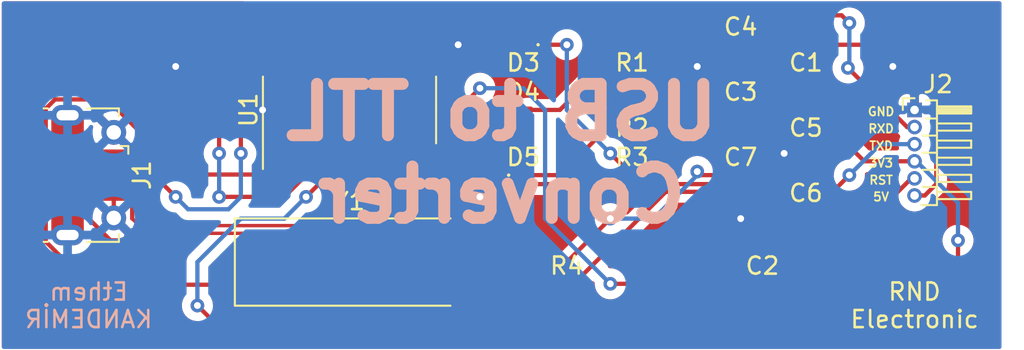
<source format=kicad_pcb>
(kicad_pcb (version 20171130) (host pcbnew "(5.1.10)-1")

  (general
    (thickness 1.6)
    (drawings 13)
    (tracks 183)
    (zones 0)
    (modules 18)
    (nets 23)
  )

  (page A4)
  (title_block
    (title "usb to ttl dönüştürücü")
    (date 2021-09-08)
    (company "RND Electronic")
  )

  (layers
    (0 F.Cu signal)
    (31 B.Cu signal)
    (32 B.Adhes user)
    (33 F.Adhes user)
    (34 B.Paste user)
    (35 F.Paste user)
    (36 B.SilkS user)
    (37 F.SilkS user hide)
    (38 B.Mask user)
    (39 F.Mask user)
    (40 Dwgs.User user)
    (41 Cmts.User user)
    (42 Eco1.User user)
    (43 Eco2.User user)
    (44 Edge.Cuts user)
    (45 Margin user)
    (46 B.CrtYd user)
    (47 F.CrtYd user)
    (48 B.Fab user)
    (49 F.Fab user)
  )

  (setup
    (last_trace_width 0.25)
    (trace_clearance 0.2)
    (zone_clearance 0.508)
    (zone_45_only no)
    (trace_min 0.2)
    (via_size 0.8)
    (via_drill 0.4)
    (via_min_size 0.4)
    (via_min_drill 0.3)
    (uvia_size 0.3)
    (uvia_drill 0.1)
    (uvias_allowed no)
    (uvia_min_size 0.2)
    (uvia_min_drill 0.1)
    (edge_width 0.05)
    (segment_width 0.2)
    (pcb_text_width 0.3)
    (pcb_text_size 1.5 1.5)
    (mod_edge_width 0.12)
    (mod_text_size 1 1)
    (mod_text_width 0.15)
    (pad_size 1.524 1.524)
    (pad_drill 0.762)
    (pad_to_mask_clearance 0)
    (aux_axis_origin 0 0)
    (visible_elements 7FFFFFFF)
    (pcbplotparams
      (layerselection 0x010fc_ffffffff)
      (usegerberextensions false)
      (usegerberattributes true)
      (usegerberadvancedattributes true)
      (creategerberjobfile true)
      (excludeedgelayer true)
      (linewidth 0.100000)
      (plotframeref false)
      (viasonmask false)
      (mode 1)
      (useauxorigin false)
      (hpglpennumber 1)
      (hpglpenspeed 20)
      (hpglpendiameter 15.000000)
      (psnegative false)
      (psa4output false)
      (plotreference true)
      (plotvalue true)
      (plotinvisibletext false)
      (padsonsilk false)
      (subtractmaskfromsilk false)
      (outputformat 1)
      (mirror false)
      (drillshape 1)
      (scaleselection 1)
      (outputdirectory ""))
  )

  (net 0 "")
  (net 1 GNDREF)
  (net 2 reset)
  (net 3 "Net-(C2-Pad1)")
  (net 4 +5V)
  (net 5 +3V3)
  (net 6 "Net-(C6-Pad1)")
  (net 7 "Net-(C7-Pad1)")
  (net 8 "Net-(D3-Pad1)")
  (net 9 "Net-(D4-Pad2)")
  (net 10 TXD)
  (net 11 RXD)
  (net 12 "Net-(D5-Pad2)")
  (net 13 "Net-(J1-Pad4)")
  (net 14 "Net-(J2-Pad3)")
  (net 15 "Net-(U1-Pad9)")
  (net 16 "Net-(U1-Pad10)")
  (net 17 "Net-(U1-Pad11)")
  (net 18 "Net-(U1-Pad12)")
  (net 19 "Net-(U1-Pad14)")
  (net 20 "Net-(U1-Pad15)")
  (net 21 /D-)
  (net 22 /D+)

  (net_class Default "This is the default net class."
    (clearance 0.2)
    (trace_width 0.25)
    (via_dia 0.8)
    (via_drill 0.4)
    (uvia_dia 0.3)
    (uvia_drill 0.1)
    (add_net +3V3)
    (add_net +5V)
    (add_net /D+)
    (add_net /D-)
    (add_net GNDREF)
    (add_net "Net-(C2-Pad1)")
    (add_net "Net-(C6-Pad1)")
    (add_net "Net-(C7-Pad1)")
    (add_net "Net-(D3-Pad1)")
    (add_net "Net-(D4-Pad2)")
    (add_net "Net-(D5-Pad2)")
    (add_net "Net-(J1-Pad4)")
    (add_net "Net-(J2-Pad3)")
    (add_net "Net-(U1-Pad10)")
    (add_net "Net-(U1-Pad11)")
    (add_net "Net-(U1-Pad12)")
    (add_net "Net-(U1-Pad14)")
    (add_net "Net-(U1-Pad15)")
    (add_net "Net-(U1-Pad9)")
    (add_net RXD)
    (add_net TXD)
    (add_net reset)
  )

  (module Capacitor_SMD:C_0201_0603Metric_Pad0.64x0.40mm_HandSolder (layer F.Cu) (tedit 5F6BB9E0) (tstamp 61351A25)
    (at 140.97 72.39 180)
    (descr "Capacitor SMD 0201 (0603 Metric), square (rectangular) end terminal, IPC_7351 nominal with elongated pad for handsoldering. (Body size source: https://www.vishay.com/docs/20052/crcw0201e3.pdf), generated with kicad-footprint-generator")
    (tags "capacitor handsolder")
    (path /613291B9)
    (attr smd)
    (fp_text reference C1 (at 0 -1.05) (layer F.SilkS)
      (effects (font (size 1 1) (thickness 0.15)))
    )
    (fp_text value 100nF (at 0 1.05) (layer F.Fab)
      (effects (font (size 1 1) (thickness 0.15)))
    )
    (fp_line (start -0.3 0.15) (end -0.3 -0.15) (layer F.Fab) (width 0.1))
    (fp_line (start -0.3 -0.15) (end 0.3 -0.15) (layer F.Fab) (width 0.1))
    (fp_line (start 0.3 -0.15) (end 0.3 0.15) (layer F.Fab) (width 0.1))
    (fp_line (start 0.3 0.15) (end -0.3 0.15) (layer F.Fab) (width 0.1))
    (fp_line (start -0.88 0.35) (end -0.88 -0.35) (layer F.CrtYd) (width 0.05))
    (fp_line (start -0.88 -0.35) (end 0.88 -0.35) (layer F.CrtYd) (width 0.05))
    (fp_line (start 0.88 -0.35) (end 0.88 0.35) (layer F.CrtYd) (width 0.05))
    (fp_line (start 0.88 0.35) (end -0.88 0.35) (layer F.CrtYd) (width 0.05))
    (fp_text user %R (at 0 -0.68) (layer F.Fab)
      (effects (font (size 0.25 0.25) (thickness 0.04)))
    )
    (pad "" smd roundrect (at -0.4325 0 180) (size 0.458 0.36) (layers F.Paste) (roundrect_rratio 0.25))
    (pad "" smd roundrect (at 0.4325 0 180) (size 0.458 0.36) (layers F.Paste) (roundrect_rratio 0.25))
    (pad 1 smd roundrect (at -0.4075 0 180) (size 0.635 0.4) (layers F.Cu F.Mask) (roundrect_rratio 0.25)
      (net 4 +5V))
    (pad 2 smd roundrect (at 0.4075 0 180) (size 0.635 0.4) (layers F.Cu F.Mask) (roundrect_rratio 0.25)
      (net 1 GNDREF))
    (model ${KISYS3DMOD}/Capacitor_SMD.3dshapes/C_0201_0603Metric.wrl
      (at (xyz 0 0 0))
      (scale (xyz 1 1 1))
      (rotate (xyz 0 0 0))
    )
  )

  (module Capacitor_SMD:C_0201_0603Metric_Pad0.64x0.40mm_HandSolder (layer F.Cu) (tedit 5F6BB9E0) (tstamp 61351A36)
    (at 138.43 86.36)
    (descr "Capacitor SMD 0201 (0603 Metric), square (rectangular) end terminal, IPC_7351 nominal with elongated pad for handsoldering. (Body size source: https://www.vishay.com/docs/20052/crcw0201e3.pdf), generated with kicad-footprint-generator")
    (tags "capacitor handsolder")
    (path /6132917F)
    (attr smd)
    (fp_text reference C2 (at 0 -1.05) (layer F.SilkS)
      (effects (font (size 1 1) (thickness 0.15)))
    )
    (fp_text value 100nF (at 0 1.05) (layer F.Fab)
      (effects (font (size 1 1) (thickness 0.15)))
    )
    (fp_line (start 0.88 0.35) (end -0.88 0.35) (layer F.CrtYd) (width 0.05))
    (fp_line (start 0.88 -0.35) (end 0.88 0.35) (layer F.CrtYd) (width 0.05))
    (fp_line (start -0.88 -0.35) (end 0.88 -0.35) (layer F.CrtYd) (width 0.05))
    (fp_line (start -0.88 0.35) (end -0.88 -0.35) (layer F.CrtYd) (width 0.05))
    (fp_line (start 0.3 0.15) (end -0.3 0.15) (layer F.Fab) (width 0.1))
    (fp_line (start 0.3 -0.15) (end 0.3 0.15) (layer F.Fab) (width 0.1))
    (fp_line (start -0.3 -0.15) (end 0.3 -0.15) (layer F.Fab) (width 0.1))
    (fp_line (start -0.3 0.15) (end -0.3 -0.15) (layer F.Fab) (width 0.1))
    (fp_text user %R (at 0 -0.68) (layer F.Fab)
      (effects (font (size 0.25 0.25) (thickness 0.04)))
    )
    (pad 2 smd roundrect (at 0.4075 0) (size 0.635 0.4) (layers F.Cu F.Mask) (roundrect_rratio 0.25)
      (net 2 reset))
    (pad 1 smd roundrect (at -0.4075 0) (size 0.635 0.4) (layers F.Cu F.Mask) (roundrect_rratio 0.25)
      (net 3 "Net-(C2-Pad1)"))
    (pad "" smd roundrect (at 0.4325 0) (size 0.458 0.36) (layers F.Paste) (roundrect_rratio 0.25))
    (pad "" smd roundrect (at -0.4325 0) (size 0.458 0.36) (layers F.Paste) (roundrect_rratio 0.25))
    (model ${KISYS3DMOD}/Capacitor_SMD.3dshapes/C_0201_0603Metric.wrl
      (at (xyz 0 0 0))
      (scale (xyz 1 1 1))
      (rotate (xyz 0 0 0))
    )
  )

  (module Capacitor_SMD:C_0201_0603Metric_Pad0.64x0.40mm_HandSolder (layer F.Cu) (tedit 5F6BB9E0) (tstamp 61351A47)
    (at 137.16 76.2)
    (descr "Capacitor SMD 0201 (0603 Metric), square (rectangular) end terminal, IPC_7351 nominal with elongated pad for handsoldering. (Body size source: https://www.vishay.com/docs/20052/crcw0201e3.pdf), generated with kicad-footprint-generator")
    (tags "capacitor handsolder")
    (path /61328ED3)
    (attr smd)
    (fp_text reference C3 (at 0 -1.05) (layer F.SilkS)
      (effects (font (size 1 1) (thickness 0.15)))
    )
    (fp_text value 10uF (at 0 1.05) (layer F.Fab)
      (effects (font (size 1 1) (thickness 0.15)))
    )
    (fp_line (start -0.3 0.15) (end -0.3 -0.15) (layer F.Fab) (width 0.1))
    (fp_line (start -0.3 -0.15) (end 0.3 -0.15) (layer F.Fab) (width 0.1))
    (fp_line (start 0.3 -0.15) (end 0.3 0.15) (layer F.Fab) (width 0.1))
    (fp_line (start 0.3 0.15) (end -0.3 0.15) (layer F.Fab) (width 0.1))
    (fp_line (start -0.88 0.35) (end -0.88 -0.35) (layer F.CrtYd) (width 0.05))
    (fp_line (start -0.88 -0.35) (end 0.88 -0.35) (layer F.CrtYd) (width 0.05))
    (fp_line (start 0.88 -0.35) (end 0.88 0.35) (layer F.CrtYd) (width 0.05))
    (fp_line (start 0.88 0.35) (end -0.88 0.35) (layer F.CrtYd) (width 0.05))
    (fp_text user %R (at 0 -0.68) (layer F.Fab)
      (effects (font (size 0.25 0.25) (thickness 0.04)))
    )
    (pad "" smd roundrect (at -0.4325 0) (size 0.458 0.36) (layers F.Paste) (roundrect_rratio 0.25))
    (pad "" smd roundrect (at 0.4325 0) (size 0.458 0.36) (layers F.Paste) (roundrect_rratio 0.25))
    (pad 1 smd roundrect (at -0.4075 0) (size 0.635 0.4) (layers F.Cu F.Mask) (roundrect_rratio 0.25)
      (net 4 +5V))
    (pad 2 smd roundrect (at 0.4075 0) (size 0.635 0.4) (layers F.Cu F.Mask) (roundrect_rratio 0.25)
      (net 1 GNDREF))
    (model ${KISYS3DMOD}/Capacitor_SMD.3dshapes/C_0201_0603Metric.wrl
      (at (xyz 0 0 0))
      (scale (xyz 1 1 1))
      (rotate (xyz 0 0 0))
    )
  )

  (module Capacitor_SMD:C_0201_0603Metric_Pad0.64x0.40mm_HandSolder (layer F.Cu) (tedit 5F6BB9E0) (tstamp 61351A58)
    (at 137.16 72.39)
    (descr "Capacitor SMD 0201 (0603 Metric), square (rectangular) end terminal, IPC_7351 nominal with elongated pad for handsoldering. (Body size source: https://www.vishay.com/docs/20052/crcw0201e3.pdf), generated with kicad-footprint-generator")
    (tags "capacitor handsolder")
    (path /6132879C)
    (attr smd)
    (fp_text reference C4 (at 0 -1.05) (layer F.SilkS)
      (effects (font (size 1 1) (thickness 0.15)))
    )
    (fp_text value 100nF (at 0 1.05) (layer F.Fab)
      (effects (font (size 1 1) (thickness 0.15)))
    )
    (fp_line (start -0.3 0.15) (end -0.3 -0.15) (layer F.Fab) (width 0.1))
    (fp_line (start -0.3 -0.15) (end 0.3 -0.15) (layer F.Fab) (width 0.1))
    (fp_line (start 0.3 -0.15) (end 0.3 0.15) (layer F.Fab) (width 0.1))
    (fp_line (start 0.3 0.15) (end -0.3 0.15) (layer F.Fab) (width 0.1))
    (fp_line (start -0.88 0.35) (end -0.88 -0.35) (layer F.CrtYd) (width 0.05))
    (fp_line (start -0.88 -0.35) (end 0.88 -0.35) (layer F.CrtYd) (width 0.05))
    (fp_line (start 0.88 -0.35) (end 0.88 0.35) (layer F.CrtYd) (width 0.05))
    (fp_line (start 0.88 0.35) (end -0.88 0.35) (layer F.CrtYd) (width 0.05))
    (fp_text user %R (at 0 -0.68) (layer F.Fab)
      (effects (font (size 0.25 0.25) (thickness 0.04)))
    )
    (pad "" smd roundrect (at -0.4325 0) (size 0.458 0.36) (layers F.Paste) (roundrect_rratio 0.25))
    (pad "" smd roundrect (at 0.4325 0) (size 0.458 0.36) (layers F.Paste) (roundrect_rratio 0.25))
    (pad 1 smd roundrect (at -0.4075 0) (size 0.635 0.4) (layers F.Cu F.Mask) (roundrect_rratio 0.25)
      (net 4 +5V))
    (pad 2 smd roundrect (at 0.4075 0) (size 0.635 0.4) (layers F.Cu F.Mask) (roundrect_rratio 0.25)
      (net 1 GNDREF))
    (model ${KISYS3DMOD}/Capacitor_SMD.3dshapes/C_0201_0603Metric.wrl
      (at (xyz 0 0 0))
      (scale (xyz 1 1 1))
      (rotate (xyz 0 0 0))
    )
  )

  (module Capacitor_SMD:C_0201_0603Metric_Pad0.64x0.40mm_HandSolder (layer F.Cu) (tedit 5F6BB9E0) (tstamp 61351A69)
    (at 140.97 76.2 180)
    (descr "Capacitor SMD 0201 (0603 Metric), square (rectangular) end terminal, IPC_7351 nominal with elongated pad for handsoldering. (Body size source: https://www.vishay.com/docs/20052/crcw0201e3.pdf), generated with kicad-footprint-generator")
    (tags "capacitor handsolder")
    (path /61328C1E)
    (attr smd)
    (fp_text reference C5 (at 0 -1.05) (layer F.SilkS)
      (effects (font (size 1 1) (thickness 0.15)))
    )
    (fp_text value 100nF (at 0 1.05) (layer F.Fab)
      (effects (font (size 1 1) (thickness 0.15)))
    )
    (fp_line (start 0.88 0.35) (end -0.88 0.35) (layer F.CrtYd) (width 0.05))
    (fp_line (start 0.88 -0.35) (end 0.88 0.35) (layer F.CrtYd) (width 0.05))
    (fp_line (start -0.88 -0.35) (end 0.88 -0.35) (layer F.CrtYd) (width 0.05))
    (fp_line (start -0.88 0.35) (end -0.88 -0.35) (layer F.CrtYd) (width 0.05))
    (fp_line (start 0.3 0.15) (end -0.3 0.15) (layer F.Fab) (width 0.1))
    (fp_line (start 0.3 -0.15) (end 0.3 0.15) (layer F.Fab) (width 0.1))
    (fp_line (start -0.3 -0.15) (end 0.3 -0.15) (layer F.Fab) (width 0.1))
    (fp_line (start -0.3 0.15) (end -0.3 -0.15) (layer F.Fab) (width 0.1))
    (fp_text user %R (at 0 -0.68) (layer F.Fab)
      (effects (font (size 0.25 0.25) (thickness 0.04)))
    )
    (pad 2 smd roundrect (at 0.4075 0 180) (size 0.635 0.4) (layers F.Cu F.Mask) (roundrect_rratio 0.25)
      (net 1 GNDREF))
    (pad 1 smd roundrect (at -0.4075 0 180) (size 0.635 0.4) (layers F.Cu F.Mask) (roundrect_rratio 0.25)
      (net 5 +3V3))
    (pad "" smd roundrect (at 0.4325 0 180) (size 0.458 0.36) (layers F.Paste) (roundrect_rratio 0.25))
    (pad "" smd roundrect (at -0.4325 0 180) (size 0.458 0.36) (layers F.Paste) (roundrect_rratio 0.25))
    (model ${KISYS3DMOD}/Capacitor_SMD.3dshapes/C_0201_0603Metric.wrl
      (at (xyz 0 0 0))
      (scale (xyz 1 1 1))
      (rotate (xyz 0 0 0))
    )
  )

  (module Capacitor_SMD:C_0201_0603Metric_Pad0.64x0.40mm_HandSolder (layer F.Cu) (tedit 5F6BB9E0) (tstamp 61351A7A)
    (at 140.97 80.01 180)
    (descr "Capacitor SMD 0201 (0603 Metric), square (rectangular) end terminal, IPC_7351 nominal with elongated pad for handsoldering. (Body size source: https://www.vishay.com/docs/20052/crcw0201e3.pdf), generated with kicad-footprint-generator")
    (tags "capacitor handsolder")
    (path /61328C6A)
    (attr smd)
    (fp_text reference C6 (at 0 -1.05) (layer F.SilkS)
      (effects (font (size 1 1) (thickness 0.15)))
    )
    (fp_text value 22pF (at 0 1.05) (layer F.Fab)
      (effects (font (size 1 1) (thickness 0.15)))
    )
    (fp_line (start -0.3 0.15) (end -0.3 -0.15) (layer F.Fab) (width 0.1))
    (fp_line (start -0.3 -0.15) (end 0.3 -0.15) (layer F.Fab) (width 0.1))
    (fp_line (start 0.3 -0.15) (end 0.3 0.15) (layer F.Fab) (width 0.1))
    (fp_line (start 0.3 0.15) (end -0.3 0.15) (layer F.Fab) (width 0.1))
    (fp_line (start -0.88 0.35) (end -0.88 -0.35) (layer F.CrtYd) (width 0.05))
    (fp_line (start -0.88 -0.35) (end 0.88 -0.35) (layer F.CrtYd) (width 0.05))
    (fp_line (start 0.88 -0.35) (end 0.88 0.35) (layer F.CrtYd) (width 0.05))
    (fp_line (start 0.88 0.35) (end -0.88 0.35) (layer F.CrtYd) (width 0.05))
    (fp_text user %R (at 0 -0.68) (layer F.Fab)
      (effects (font (size 0.25 0.25) (thickness 0.04)))
    )
    (pad "" smd roundrect (at -0.4325 0 180) (size 0.458 0.36) (layers F.Paste) (roundrect_rratio 0.25))
    (pad "" smd roundrect (at 0.4325 0 180) (size 0.458 0.36) (layers F.Paste) (roundrect_rratio 0.25))
    (pad 1 smd roundrect (at -0.4075 0 180) (size 0.635 0.4) (layers F.Cu F.Mask) (roundrect_rratio 0.25)
      (net 6 "Net-(C6-Pad1)"))
    (pad 2 smd roundrect (at 0.4075 0 180) (size 0.635 0.4) (layers F.Cu F.Mask) (roundrect_rratio 0.25)
      (net 1 GNDREF))
    (model ${KISYS3DMOD}/Capacitor_SMD.3dshapes/C_0201_0603Metric.wrl
      (at (xyz 0 0 0))
      (scale (xyz 1 1 1))
      (rotate (xyz 0 0 0))
    )
  )

  (module Capacitor_SMD:C_0201_0603Metric_Pad0.64x0.40mm_HandSolder (layer F.Cu) (tedit 5F6BB9E0) (tstamp 61351A8B)
    (at 137.16 80.01)
    (descr "Capacitor SMD 0201 (0603 Metric), square (rectangular) end terminal, IPC_7351 nominal with elongated pad for handsoldering. (Body size source: https://www.vishay.com/docs/20052/crcw0201e3.pdf), generated with kicad-footprint-generator")
    (tags "capacitor handsolder")
    (path /61328DD3)
    (attr smd)
    (fp_text reference C7 (at 0 -1.05) (layer F.SilkS)
      (effects (font (size 1 1) (thickness 0.15)))
    )
    (fp_text value 22pF (at 0 1.05) (layer F.Fab)
      (effects (font (size 1 1) (thickness 0.15)))
    )
    (fp_line (start 0.88 0.35) (end -0.88 0.35) (layer F.CrtYd) (width 0.05))
    (fp_line (start 0.88 -0.35) (end 0.88 0.35) (layer F.CrtYd) (width 0.05))
    (fp_line (start -0.88 -0.35) (end 0.88 -0.35) (layer F.CrtYd) (width 0.05))
    (fp_line (start -0.88 0.35) (end -0.88 -0.35) (layer F.CrtYd) (width 0.05))
    (fp_line (start 0.3 0.15) (end -0.3 0.15) (layer F.Fab) (width 0.1))
    (fp_line (start 0.3 -0.15) (end 0.3 0.15) (layer F.Fab) (width 0.1))
    (fp_line (start -0.3 -0.15) (end 0.3 -0.15) (layer F.Fab) (width 0.1))
    (fp_line (start -0.3 0.15) (end -0.3 -0.15) (layer F.Fab) (width 0.1))
    (fp_text user %R (at 0 -0.68) (layer F.Fab)
      (effects (font (size 0.25 0.25) (thickness 0.04)))
    )
    (pad 2 smd roundrect (at 0.4075 0) (size 0.635 0.4) (layers F.Cu F.Mask) (roundrect_rratio 0.25)
      (net 1 GNDREF))
    (pad 1 smd roundrect (at -0.4075 0) (size 0.635 0.4) (layers F.Cu F.Mask) (roundrect_rratio 0.25)
      (net 7 "Net-(C7-Pad1)"))
    (pad "" smd roundrect (at 0.4325 0) (size 0.458 0.36) (layers F.Paste) (roundrect_rratio 0.25))
    (pad "" smd roundrect (at -0.4325 0) (size 0.458 0.36) (layers F.Paste) (roundrect_rratio 0.25))
    (model ${KISYS3DMOD}/Capacitor_SMD.3dshapes/C_0201_0603Metric.wrl
      (at (xyz 0 0 0))
      (scale (xyz 1 1 1))
      (rotate (xyz 0 0 0))
    )
  )

  (module LED_SMD:LED_0201_0603Metric (layer F.Cu) (tedit 5F68FEF1) (tstamp 61351AD1)
    (at 124.46 72.39 180)
    (descr "LED SMD 0201 (0603 Metric), square (rectangular) end terminal, IPC_7351 nominal, (Body size source: https://www.vishay.com/docs/20052/crcw0201e3.pdf), generated with kicad-footprint-generator")
    (tags LED)
    (path /6132A374)
    (attr smd)
    (fp_text reference D3 (at 0 -1.05) (layer F.SilkS)
      (effects (font (size 1 1) (thickness 0.15)))
    )
    (fp_text value LED (at 0 1.05) (layer F.Fab)
      (effects (font (size 1 1) (thickness 0.15)))
    )
    (fp_circle (center -0.86 0) (end -0.81 0) (layer F.SilkS) (width 0.1))
    (fp_line (start -0.3 0.15) (end -0.3 -0.15) (layer F.Fab) (width 0.1))
    (fp_line (start -0.3 -0.15) (end 0.3 -0.15) (layer F.Fab) (width 0.1))
    (fp_line (start 0.3 -0.15) (end 0.3 0.15) (layer F.Fab) (width 0.1))
    (fp_line (start 0.3 0.15) (end -0.3 0.15) (layer F.Fab) (width 0.1))
    (fp_line (start -0.2 0.15) (end -0.2 -0.15) (layer F.Fab) (width 0.1))
    (fp_line (start -0.1 0.15) (end -0.1 -0.15) (layer F.Fab) (width 0.1))
    (fp_line (start -0.7 0.35) (end -0.7 -0.35) (layer F.CrtYd) (width 0.05))
    (fp_line (start -0.7 -0.35) (end 0.7 -0.35) (layer F.CrtYd) (width 0.05))
    (fp_line (start 0.7 -0.35) (end 0.7 0.35) (layer F.CrtYd) (width 0.05))
    (fp_line (start 0.7 0.35) (end -0.7 0.35) (layer F.CrtYd) (width 0.05))
    (fp_text user %R (at 0 -0.68) (layer F.Fab)
      (effects (font (size 0.25 0.25) (thickness 0.04)))
    )
    (pad "" smd roundrect (at -0.345 0 180) (size 0.318 0.36) (layers F.Paste) (roundrect_rratio 0.25))
    (pad "" smd roundrect (at 0.345 0 180) (size 0.318 0.36) (layers F.Paste) (roundrect_rratio 0.25))
    (pad 1 smd roundrect (at -0.32 0 180) (size 0.46 0.4) (layers F.Cu F.Mask) (roundrect_rratio 0.25)
      (net 8 "Net-(D3-Pad1)"))
    (pad 2 smd roundrect (at 0.32 0 180) (size 0.46 0.4) (layers F.Cu F.Mask) (roundrect_rratio 0.25)
      (net 4 +5V))
    (model ${KISYS3DMOD}/LED_SMD.3dshapes/LED_0201_0603Metric.wrl
      (at (xyz 0 0 0))
      (scale (xyz 1 1 1))
      (rotate (xyz 0 0 0))
    )
  )

  (module LED_SMD:LED_0201_0603Metric (layer F.Cu) (tedit 5F68FEF1) (tstamp 61351AE5)
    (at 124.46 76.2)
    (descr "LED SMD 0201 (0603 Metric), square (rectangular) end terminal, IPC_7351 nominal, (Body size source: https://www.vishay.com/docs/20052/crcw0201e3.pdf), generated with kicad-footprint-generator")
    (tags LED)
    (path /6132A521)
    (attr smd)
    (fp_text reference D4 (at 0 -1.05) (layer F.SilkS)
      (effects (font (size 1 1) (thickness 0.15)))
    )
    (fp_text value LED (at 0 1.05) (layer F.Fab)
      (effects (font (size 1 1) (thickness 0.15)))
    )
    (fp_line (start 0.7 0.35) (end -0.7 0.35) (layer F.CrtYd) (width 0.05))
    (fp_line (start 0.7 -0.35) (end 0.7 0.35) (layer F.CrtYd) (width 0.05))
    (fp_line (start -0.7 -0.35) (end 0.7 -0.35) (layer F.CrtYd) (width 0.05))
    (fp_line (start -0.7 0.35) (end -0.7 -0.35) (layer F.CrtYd) (width 0.05))
    (fp_line (start -0.1 0.15) (end -0.1 -0.15) (layer F.Fab) (width 0.1))
    (fp_line (start -0.2 0.15) (end -0.2 -0.15) (layer F.Fab) (width 0.1))
    (fp_line (start 0.3 0.15) (end -0.3 0.15) (layer F.Fab) (width 0.1))
    (fp_line (start 0.3 -0.15) (end 0.3 0.15) (layer F.Fab) (width 0.1))
    (fp_line (start -0.3 -0.15) (end 0.3 -0.15) (layer F.Fab) (width 0.1))
    (fp_line (start -0.3 0.15) (end -0.3 -0.15) (layer F.Fab) (width 0.1))
    (fp_circle (center -0.86 0) (end -0.81 0) (layer F.SilkS) (width 0.1))
    (fp_text user %R (at 0 -0.68) (layer F.Fab)
      (effects (font (size 0.25 0.25) (thickness 0.04)))
    )
    (pad 2 smd roundrect (at 0.32 0) (size 0.46 0.4) (layers F.Cu F.Mask) (roundrect_rratio 0.25)
      (net 9 "Net-(D4-Pad2)"))
    (pad 1 smd roundrect (at -0.32 0) (size 0.46 0.4) (layers F.Cu F.Mask) (roundrect_rratio 0.25)
      (net 10 TXD))
    (pad "" smd roundrect (at 0.345 0) (size 0.318 0.36) (layers F.Paste) (roundrect_rratio 0.25))
    (pad "" smd roundrect (at -0.345 0) (size 0.318 0.36) (layers F.Paste) (roundrect_rratio 0.25))
    (model ${KISYS3DMOD}/LED_SMD.3dshapes/LED_0201_0603Metric.wrl
      (at (xyz 0 0 0))
      (scale (xyz 1 1 1))
      (rotate (xyz 0 0 0))
    )
  )

  (module LED_SMD:LED_0201_0603Metric (layer F.Cu) (tedit 5F68FEF1) (tstamp 61351AF9)
    (at 124.46 80.01)
    (descr "LED SMD 0201 (0603 Metric), square (rectangular) end terminal, IPC_7351 nominal, (Body size source: https://www.vishay.com/docs/20052/crcw0201e3.pdf), generated with kicad-footprint-generator")
    (tags LED)
    (path /6132A57F)
    (attr smd)
    (fp_text reference D5 (at 0 -1.05) (layer F.SilkS)
      (effects (font (size 1 1) (thickness 0.15)))
    )
    (fp_text value LED (at 0 1.05) (layer F.Fab)
      (effects (font (size 1 1) (thickness 0.15)))
    )
    (fp_circle (center -0.86 0) (end -0.81 0) (layer F.SilkS) (width 0.1))
    (fp_line (start -0.3 0.15) (end -0.3 -0.15) (layer F.Fab) (width 0.1))
    (fp_line (start -0.3 -0.15) (end 0.3 -0.15) (layer F.Fab) (width 0.1))
    (fp_line (start 0.3 -0.15) (end 0.3 0.15) (layer F.Fab) (width 0.1))
    (fp_line (start 0.3 0.15) (end -0.3 0.15) (layer F.Fab) (width 0.1))
    (fp_line (start -0.2 0.15) (end -0.2 -0.15) (layer F.Fab) (width 0.1))
    (fp_line (start -0.1 0.15) (end -0.1 -0.15) (layer F.Fab) (width 0.1))
    (fp_line (start -0.7 0.35) (end -0.7 -0.35) (layer F.CrtYd) (width 0.05))
    (fp_line (start -0.7 -0.35) (end 0.7 -0.35) (layer F.CrtYd) (width 0.05))
    (fp_line (start 0.7 -0.35) (end 0.7 0.35) (layer F.CrtYd) (width 0.05))
    (fp_line (start 0.7 0.35) (end -0.7 0.35) (layer F.CrtYd) (width 0.05))
    (fp_text user %R (at 0 -0.68) (layer F.Fab)
      (effects (font (size 0.25 0.25) (thickness 0.04)))
    )
    (pad "" smd roundrect (at -0.345 0) (size 0.318 0.36) (layers F.Paste) (roundrect_rratio 0.25))
    (pad "" smd roundrect (at 0.345 0) (size 0.318 0.36) (layers F.Paste) (roundrect_rratio 0.25))
    (pad 1 smd roundrect (at -0.32 0) (size 0.46 0.4) (layers F.Cu F.Mask) (roundrect_rratio 0.25)
      (net 11 RXD))
    (pad 2 smd roundrect (at 0.32 0) (size 0.46 0.4) (layers F.Cu F.Mask) (roundrect_rratio 0.25)
      (net 12 "Net-(D5-Pad2)"))
    (model ${KISYS3DMOD}/LED_SMD.3dshapes/LED_0201_0603Metric.wrl
      (at (xyz 0 0 0))
      (scale (xyz 1 1 1))
      (rotate (xyz 0 0 0))
    )
  )

  (module Connector_USB:USB_Micro-B_Molex-105017-0001 (layer F.Cu) (tedit 5A1DC0BE) (tstamp 61351B22)
    (at 99.06 80.01 270)
    (descr http://www.molex.com/pdm_docs/sd/1050170001_sd.pdf)
    (tags "Micro-USB SMD Typ-B")
    (path /61327F2B)
    (attr smd)
    (fp_text reference J1 (at 0 -3.1125 90) (layer F.SilkS)
      (effects (font (size 1 1) (thickness 0.15)))
    )
    (fp_text value USB_OTG (at 0.3 4.3375 90) (layer F.Fab)
      (effects (font (size 1 1) (thickness 0.15)))
    )
    (fp_line (start -4.4 3.64) (end 4.4 3.64) (layer F.CrtYd) (width 0.05))
    (fp_line (start 4.4 -2.46) (end 4.4 3.64) (layer F.CrtYd) (width 0.05))
    (fp_line (start -4.4 -2.46) (end 4.4 -2.46) (layer F.CrtYd) (width 0.05))
    (fp_line (start -4.4 3.64) (end -4.4 -2.46) (layer F.CrtYd) (width 0.05))
    (fp_line (start -3.9 -1.7625) (end -3.45 -1.7625) (layer F.SilkS) (width 0.12))
    (fp_line (start -3.9 0.0875) (end -3.9 -1.7625) (layer F.SilkS) (width 0.12))
    (fp_line (start 3.9 2.6375) (end 3.9 2.3875) (layer F.SilkS) (width 0.12))
    (fp_line (start 3.75 3.3875) (end 3.75 -1.6125) (layer F.Fab) (width 0.1))
    (fp_line (start -3 2.689204) (end 3 2.689204) (layer F.Fab) (width 0.1))
    (fp_line (start -3.75 3.389204) (end 3.75 3.389204) (layer F.Fab) (width 0.1))
    (fp_line (start -3.75 -1.6125) (end 3.75 -1.6125) (layer F.Fab) (width 0.1))
    (fp_line (start -3.75 3.3875) (end -3.75 -1.6125) (layer F.Fab) (width 0.1))
    (fp_line (start -3.9 2.6375) (end -3.9 2.3875) (layer F.SilkS) (width 0.12))
    (fp_line (start 3.9 0.0875) (end 3.9 -1.7625) (layer F.SilkS) (width 0.12))
    (fp_line (start 3.9 -1.7625) (end 3.45 -1.7625) (layer F.SilkS) (width 0.12))
    (fp_line (start -1.7 -2.3125) (end -1.25 -2.3125) (layer F.SilkS) (width 0.12))
    (fp_line (start -1.7 -2.3125) (end -1.7 -1.8625) (layer F.SilkS) (width 0.12))
    (fp_line (start -1.3 -1.7125) (end -1.5 -1.9125) (layer F.Fab) (width 0.1))
    (fp_line (start -1.1 -1.9125) (end -1.3 -1.7125) (layer F.Fab) (width 0.1))
    (fp_line (start -1.5 -2.1225) (end -1.1 -2.1225) (layer F.Fab) (width 0.1))
    (fp_line (start -1.5 -2.1225) (end -1.5 -1.9125) (layer F.Fab) (width 0.1))
    (fp_line (start -1.1 -2.1225) (end -1.1 -1.9125) (layer F.Fab) (width 0.1))
    (fp_text user "PCB Edge" (at 0 2.6875 90) (layer Dwgs.User)
      (effects (font (size 0.5 0.5) (thickness 0.08)))
    )
    (fp_text user %R (at 0 0.8875 90) (layer F.Fab)
      (effects (font (size 1 1) (thickness 0.15)))
    )
    (pad 6 smd rect (at 1 1.2375 270) (size 1.5 1.9) (layers F.Cu F.Paste F.Mask)
      (net 1 GNDREF))
    (pad 6 thru_hole circle (at -2.5 -1.4625 270) (size 1.45 1.45) (drill 0.85) (layers *.Cu *.Mask)
      (net 1 GNDREF))
    (pad 2 smd rect (at -0.65 -1.4625 270) (size 0.4 1.35) (layers F.Cu F.Paste F.Mask)
      (net 21 /D-))
    (pad 1 smd rect (at -1.3 -1.4625 270) (size 0.4 1.35) (layers F.Cu F.Paste F.Mask)
      (net 4 +5V))
    (pad 5 smd rect (at 1.3 -1.4625 270) (size 0.4 1.35) (layers F.Cu F.Paste F.Mask)
      (net 1 GNDREF))
    (pad 4 smd rect (at 0.65 -1.4625 270) (size 0.4 1.35) (layers F.Cu F.Paste F.Mask)
      (net 13 "Net-(J1-Pad4)"))
    (pad 3 smd rect (at 0 -1.4625 270) (size 0.4 1.35) (layers F.Cu F.Paste F.Mask)
      (net 22 /D+))
    (pad 6 thru_hole circle (at 2.5 -1.4625 270) (size 1.45 1.45) (drill 0.85) (layers *.Cu *.Mask)
      (net 1 GNDREF))
    (pad 6 smd rect (at -1 1.2375 270) (size 1.5 1.9) (layers F.Cu F.Paste F.Mask)
      (net 1 GNDREF))
    (pad 6 thru_hole oval (at -3.5 1.2375 90) (size 1.2 1.9) (drill oval 0.6 1.3) (layers *.Cu *.Mask)
      (net 1 GNDREF))
    (pad 6 thru_hole oval (at 3.5 1.2375 270) (size 1.2 1.9) (drill oval 0.6 1.3) (layers *.Cu *.Mask)
      (net 1 GNDREF))
    (pad 6 smd rect (at 2.9 1.2375 270) (size 1.2 1.9) (layers F.Cu F.Mask)
      (net 1 GNDREF))
    (pad 6 smd rect (at -2.9 1.2375 270) (size 1.2 1.9) (layers F.Cu F.Mask)
      (net 1 GNDREF))
    (model ${KISYS3DMOD}/Connector_USB.3dshapes/USB_Micro-B_Molex-105017-0001.wrl
      (at (xyz 0 0 0))
      (scale (xyz 1 1 1))
      (rotate (xyz 0 0 0))
    )
  )

  (module Connector_PinHeader_1.00mm:PinHeader_1x06_P1.00mm_Horizontal (layer F.Cu) (tedit 59FED737) (tstamp 61351B79)
    (at 147.32 76.2)
    (descr "Through hole angled pin header, 1x06, 1.00mm pitch, 2.0mm pin length, single row")
    (tags "Through hole angled pin header THT 1x06 1.00mm single row")
    (path /613344E8)
    (fp_text reference J2 (at 1.375 -1.5) (layer F.SilkS)
      (effects (font (size 1 1) (thickness 0.15)))
    )
    (fp_text value 6_pin_header (at 1.375 6.5) (layer F.Fab)
      (effects (font (size 1 1) (thickness 0.15)))
    )
    (fp_line (start 0.5 -0.5) (end 1.25 -0.5) (layer F.Fab) (width 0.1))
    (fp_line (start 1.25 -0.5) (end 1.25 5.5) (layer F.Fab) (width 0.1))
    (fp_line (start 1.25 5.5) (end 0.25 5.5) (layer F.Fab) (width 0.1))
    (fp_line (start 0.25 5.5) (end 0.25 -0.25) (layer F.Fab) (width 0.1))
    (fp_line (start 0.25 -0.25) (end 0.5 -0.5) (layer F.Fab) (width 0.1))
    (fp_line (start -0.15 -0.15) (end 0.25 -0.15) (layer F.Fab) (width 0.1))
    (fp_line (start -0.15 -0.15) (end -0.15 0.15) (layer F.Fab) (width 0.1))
    (fp_line (start -0.15 0.15) (end 0.25 0.15) (layer F.Fab) (width 0.1))
    (fp_line (start 1.25 -0.15) (end 3.25 -0.15) (layer F.Fab) (width 0.1))
    (fp_line (start 3.25 -0.15) (end 3.25 0.15) (layer F.Fab) (width 0.1))
    (fp_line (start 1.25 0.15) (end 3.25 0.15) (layer F.Fab) (width 0.1))
    (fp_line (start -0.15 0.85) (end 0.25 0.85) (layer F.Fab) (width 0.1))
    (fp_line (start -0.15 0.85) (end -0.15 1.15) (layer F.Fab) (width 0.1))
    (fp_line (start -0.15 1.15) (end 0.25 1.15) (layer F.Fab) (width 0.1))
    (fp_line (start 1.25 0.85) (end 3.25 0.85) (layer F.Fab) (width 0.1))
    (fp_line (start 3.25 0.85) (end 3.25 1.15) (layer F.Fab) (width 0.1))
    (fp_line (start 1.25 1.15) (end 3.25 1.15) (layer F.Fab) (width 0.1))
    (fp_line (start -0.15 1.85) (end 0.25 1.85) (layer F.Fab) (width 0.1))
    (fp_line (start -0.15 1.85) (end -0.15 2.15) (layer F.Fab) (width 0.1))
    (fp_line (start -0.15 2.15) (end 0.25 2.15) (layer F.Fab) (width 0.1))
    (fp_line (start 1.25 1.85) (end 3.25 1.85) (layer F.Fab) (width 0.1))
    (fp_line (start 3.25 1.85) (end 3.25 2.15) (layer F.Fab) (width 0.1))
    (fp_line (start 1.25 2.15) (end 3.25 2.15) (layer F.Fab) (width 0.1))
    (fp_line (start -0.15 2.85) (end 0.25 2.85) (layer F.Fab) (width 0.1))
    (fp_line (start -0.15 2.85) (end -0.15 3.15) (layer F.Fab) (width 0.1))
    (fp_line (start -0.15 3.15) (end 0.25 3.15) (layer F.Fab) (width 0.1))
    (fp_line (start 1.25 2.85) (end 3.25 2.85) (layer F.Fab) (width 0.1))
    (fp_line (start 3.25 2.85) (end 3.25 3.15) (layer F.Fab) (width 0.1))
    (fp_line (start 1.25 3.15) (end 3.25 3.15) (layer F.Fab) (width 0.1))
    (fp_line (start -0.15 3.85) (end 0.25 3.85) (layer F.Fab) (width 0.1))
    (fp_line (start -0.15 3.85) (end -0.15 4.15) (layer F.Fab) (width 0.1))
    (fp_line (start -0.15 4.15) (end 0.25 4.15) (layer F.Fab) (width 0.1))
    (fp_line (start 1.25 3.85) (end 3.25 3.85) (layer F.Fab) (width 0.1))
    (fp_line (start 3.25 3.85) (end 3.25 4.15) (layer F.Fab) (width 0.1))
    (fp_line (start 1.25 4.15) (end 3.25 4.15) (layer F.Fab) (width 0.1))
    (fp_line (start -0.15 4.85) (end 0.25 4.85) (layer F.Fab) (width 0.1))
    (fp_line (start -0.15 4.85) (end -0.15 5.15) (layer F.Fab) (width 0.1))
    (fp_line (start -0.15 5.15) (end 0.25 5.15) (layer F.Fab) (width 0.1))
    (fp_line (start 1.25 4.85) (end 3.25 4.85) (layer F.Fab) (width 0.1))
    (fp_line (start 3.25 4.85) (end 3.25 5.15) (layer F.Fab) (width 0.1))
    (fp_line (start 1.25 5.15) (end 3.25 5.15) (layer F.Fab) (width 0.1))
    (fp_line (start 0.685 -0.56) (end 1.31 -0.56) (layer F.SilkS) (width 0.12))
    (fp_line (start 1.31 -0.56) (end 1.31 5.56) (layer F.SilkS) (width 0.12))
    (fp_line (start 1.31 5.56) (end 0.394493 5.56) (layer F.SilkS) (width 0.12))
    (fp_line (start 1.31 -0.21) (end 3.31 -0.21) (layer F.SilkS) (width 0.12))
    (fp_line (start 3.31 -0.21) (end 3.31 0.21) (layer F.SilkS) (width 0.12))
    (fp_line (start 3.31 0.21) (end 1.31 0.21) (layer F.SilkS) (width 0.12))
    (fp_line (start 1.31 -0.15) (end 3.31 -0.15) (layer F.SilkS) (width 0.12))
    (fp_line (start 1.31 -0.03) (end 3.31 -0.03) (layer F.SilkS) (width 0.12))
    (fp_line (start 1.31 0.09) (end 3.31 0.09) (layer F.SilkS) (width 0.12))
    (fp_line (start 0.685 0.5) (end 1.31 0.5) (layer F.SilkS) (width 0.12))
    (fp_line (start 1.31 0.79) (end 3.31 0.79) (layer F.SilkS) (width 0.12))
    (fp_line (start 3.31 0.79) (end 3.31 1.21) (layer F.SilkS) (width 0.12))
    (fp_line (start 3.31 1.21) (end 1.31 1.21) (layer F.SilkS) (width 0.12))
    (fp_line (start 0.468215 1.5) (end 1.31 1.5) (layer F.SilkS) (width 0.12))
    (fp_line (start 1.31 1.79) (end 3.31 1.79) (layer F.SilkS) (width 0.12))
    (fp_line (start 3.31 1.79) (end 3.31 2.21) (layer F.SilkS) (width 0.12))
    (fp_line (start 3.31 2.21) (end 1.31 2.21) (layer F.SilkS) (width 0.12))
    (fp_line (start 0.468215 2.5) (end 1.31 2.5) (layer F.SilkS) (width 0.12))
    (fp_line (start 1.31 2.79) (end 3.31 2.79) (layer F.SilkS) (width 0.12))
    (fp_line (start 3.31 2.79) (end 3.31 3.21) (layer F.SilkS) (width 0.12))
    (fp_line (start 3.31 3.21) (end 1.31 3.21) (layer F.SilkS) (width 0.12))
    (fp_line (start 0.468215 3.5) (end 1.31 3.5) (layer F.SilkS) (width 0.12))
    (fp_line (start 1.31 3.79) (end 3.31 3.79) (layer F.SilkS) (width 0.12))
    (fp_line (start 3.31 3.79) (end 3.31 4.21) (layer F.SilkS) (width 0.12))
    (fp_line (start 3.31 4.21) (end 1.31 4.21) (layer F.SilkS) (width 0.12))
    (fp_line (start 0.468215 4.5) (end 1.31 4.5) (layer F.SilkS) (width 0.12))
    (fp_line (start 1.31 4.79) (end 3.31 4.79) (layer F.SilkS) (width 0.12))
    (fp_line (start 3.31 4.79) (end 3.31 5.21) (layer F.SilkS) (width 0.12))
    (fp_line (start 3.31 5.21) (end 1.31 5.21) (layer F.SilkS) (width 0.12))
    (fp_line (start -0.685 0) (end -0.685 -0.685) (layer F.SilkS) (width 0.12))
    (fp_line (start -0.685 -0.685) (end 0 -0.685) (layer F.SilkS) (width 0.12))
    (fp_line (start -1 -1) (end -1 6) (layer F.CrtYd) (width 0.05))
    (fp_line (start -1 6) (end 3.75 6) (layer F.CrtYd) (width 0.05))
    (fp_line (start 3.75 6) (end 3.75 -1) (layer F.CrtYd) (width 0.05))
    (fp_line (start 3.75 -1) (end -1 -1) (layer F.CrtYd) (width 0.05))
    (fp_text user %R (at 0.75 2.5 90) (layer F.Fab)
      (effects (font (size 0.6 0.6) (thickness 0.09)))
    )
    (pad 1 thru_hole rect (at 0 0) (size 0.85 0.85) (drill 0.5) (layers *.Cu *.Mask)
      (net 1 GNDREF))
    (pad 2 thru_hole oval (at 0 1) (size 0.85 0.85) (drill 0.5) (layers *.Cu *.Mask)
      (net 11 RXD))
    (pad 3 thru_hole oval (at 0 2) (size 0.85 0.85) (drill 0.5) (layers *.Cu *.Mask)
      (net 14 "Net-(J2-Pad3)"))
    (pad 4 thru_hole oval (at 0 3) (size 0.85 0.85) (drill 0.5) (layers *.Cu *.Mask)
      (net 5 +3V3))
    (pad 5 thru_hole oval (at 0 4) (size 0.85 0.85) (drill 0.5) (layers *.Cu *.Mask)
      (net 2 reset))
    (pad 6 thru_hole oval (at 0 5) (size 0.85 0.85) (drill 0.5) (layers *.Cu *.Mask)
      (net 4 +5V))
    (model ${KISYS3DMOD}/Connector_PinHeader_1.00mm.3dshapes/PinHeader_1x06_P1.00mm_Horizontal.wrl
      (at (xyz 0 0 0))
      (scale (xyz 1 1 1))
      (rotate (xyz 0 0 0))
    )
  )

  (module Resistor_SMD:R_0201_0603Metric_Pad0.64x0.40mm_HandSolder (layer F.Cu) (tedit 5F6BB9E0) (tstamp 61351B8A)
    (at 130.81 72.39 180)
    (descr "Resistor SMD 0201 (0603 Metric), square (rectangular) end terminal, IPC_7351 nominal with elongated pad for handsoldering. (Body size source: https://www.vishay.com/docs/20052/crcw0201e3.pdf), generated with kicad-footprint-generator")
    (tags "resistor handsolder")
    (path /6132964E)
    (attr smd)
    (fp_text reference R1 (at 0 -1.05) (layer F.SilkS)
      (effects (font (size 1 1) (thickness 0.15)))
    )
    (fp_text value 1k5 (at 0 1.05) (layer F.Fab)
      (effects (font (size 1 1) (thickness 0.15)))
    )
    (fp_line (start -0.3 0.15) (end -0.3 -0.15) (layer F.Fab) (width 0.1))
    (fp_line (start -0.3 -0.15) (end 0.3 -0.15) (layer F.Fab) (width 0.1))
    (fp_line (start 0.3 -0.15) (end 0.3 0.15) (layer F.Fab) (width 0.1))
    (fp_line (start 0.3 0.15) (end -0.3 0.15) (layer F.Fab) (width 0.1))
    (fp_line (start -0.88 0.35) (end -0.88 -0.35) (layer F.CrtYd) (width 0.05))
    (fp_line (start -0.88 -0.35) (end 0.88 -0.35) (layer F.CrtYd) (width 0.05))
    (fp_line (start 0.88 -0.35) (end 0.88 0.35) (layer F.CrtYd) (width 0.05))
    (fp_line (start 0.88 0.35) (end -0.88 0.35) (layer F.CrtYd) (width 0.05))
    (fp_text user %R (at 0 -0.68) (layer F.Fab)
      (effects (font (size 0.25 0.25) (thickness 0.04)))
    )
    (pad "" smd roundrect (at -0.4325 0 180) (size 0.458 0.36) (layers F.Paste) (roundrect_rratio 0.25))
    (pad "" smd roundrect (at 0.4325 0 180) (size 0.458 0.36) (layers F.Paste) (roundrect_rratio 0.25))
    (pad 1 smd roundrect (at -0.4075 0 180) (size 0.635 0.4) (layers F.Cu F.Mask) (roundrect_rratio 0.25)
      (net 4 +5V))
    (pad 2 smd roundrect (at 0.4075 0 180) (size 0.635 0.4) (layers F.Cu F.Mask) (roundrect_rratio 0.25)
      (net 9 "Net-(D4-Pad2)"))
    (model ${KISYS3DMOD}/Resistor_SMD.3dshapes/R_0201_0603Metric.wrl
      (at (xyz 0 0 0))
      (scale (xyz 1 1 1))
      (rotate (xyz 0 0 0))
    )
  )

  (module Resistor_SMD:R_0201_0603Metric_Pad0.64x0.40mm_HandSolder (layer F.Cu) (tedit 5F6BB9E0) (tstamp 61351B9B)
    (at 130.81 76.2 180)
    (descr "Resistor SMD 0201 (0603 Metric), square (rectangular) end terminal, IPC_7351 nominal with elongated pad for handsoldering. (Body size source: https://www.vishay.com/docs/20052/crcw0201e3.pdf), generated with kicad-footprint-generator")
    (tags "resistor handsolder")
    (path /6132983B)
    (attr smd)
    (fp_text reference R2 (at 0 -1.05) (layer F.SilkS)
      (effects (font (size 1 1) (thickness 0.15)))
    )
    (fp_text value 1k5 (at 0 1.05) (layer F.Fab)
      (effects (font (size 1 1) (thickness 0.15)))
    )
    (fp_line (start 0.88 0.35) (end -0.88 0.35) (layer F.CrtYd) (width 0.05))
    (fp_line (start 0.88 -0.35) (end 0.88 0.35) (layer F.CrtYd) (width 0.05))
    (fp_line (start -0.88 -0.35) (end 0.88 -0.35) (layer F.CrtYd) (width 0.05))
    (fp_line (start -0.88 0.35) (end -0.88 -0.35) (layer F.CrtYd) (width 0.05))
    (fp_line (start 0.3 0.15) (end -0.3 0.15) (layer F.Fab) (width 0.1))
    (fp_line (start 0.3 -0.15) (end 0.3 0.15) (layer F.Fab) (width 0.1))
    (fp_line (start -0.3 -0.15) (end 0.3 -0.15) (layer F.Fab) (width 0.1))
    (fp_line (start -0.3 0.15) (end -0.3 -0.15) (layer F.Fab) (width 0.1))
    (fp_text user %R (at 0 -0.68) (layer F.Fab)
      (effects (font (size 0.25 0.25) (thickness 0.04)))
    )
    (pad 2 smd roundrect (at 0.4075 0 180) (size 0.635 0.4) (layers F.Cu F.Mask) (roundrect_rratio 0.25)
      (net 12 "Net-(D5-Pad2)"))
    (pad 1 smd roundrect (at -0.4075 0 180) (size 0.635 0.4) (layers F.Cu F.Mask) (roundrect_rratio 0.25)
      (net 4 +5V))
    (pad "" smd roundrect (at 0.4325 0 180) (size 0.458 0.36) (layers F.Paste) (roundrect_rratio 0.25))
    (pad "" smd roundrect (at -0.4325 0 180) (size 0.458 0.36) (layers F.Paste) (roundrect_rratio 0.25))
    (model ${KISYS3DMOD}/Resistor_SMD.3dshapes/R_0201_0603Metric.wrl
      (at (xyz 0 0 0))
      (scale (xyz 1 1 1))
      (rotate (xyz 0 0 0))
    )
  )

  (module Resistor_SMD:R_0201_0603Metric_Pad0.64x0.40mm_HandSolder (layer F.Cu) (tedit 5F6BB9E0) (tstamp 61351BAC)
    (at 130.81 80.01)
    (descr "Resistor SMD 0201 (0603 Metric), square (rectangular) end terminal, IPC_7351 nominal with elongated pad for handsoldering. (Body size source: https://www.vishay.com/docs/20052/crcw0201e3.pdf), generated with kicad-footprint-generator")
    (tags "resistor handsolder")
    (path /61329471)
    (attr smd)
    (fp_text reference R3 (at 0 -1.05) (layer F.SilkS)
      (effects (font (size 1 1) (thickness 0.15)))
    )
    (fp_text value 1k5 (at 0 1.05) (layer F.Fab)
      (effects (font (size 1 1) (thickness 0.15)))
    )
    (fp_line (start 0.88 0.35) (end -0.88 0.35) (layer F.CrtYd) (width 0.05))
    (fp_line (start 0.88 -0.35) (end 0.88 0.35) (layer F.CrtYd) (width 0.05))
    (fp_line (start -0.88 -0.35) (end 0.88 -0.35) (layer F.CrtYd) (width 0.05))
    (fp_line (start -0.88 0.35) (end -0.88 -0.35) (layer F.CrtYd) (width 0.05))
    (fp_line (start 0.3 0.15) (end -0.3 0.15) (layer F.Fab) (width 0.1))
    (fp_line (start 0.3 -0.15) (end 0.3 0.15) (layer F.Fab) (width 0.1))
    (fp_line (start -0.3 -0.15) (end 0.3 -0.15) (layer F.Fab) (width 0.1))
    (fp_line (start -0.3 0.15) (end -0.3 -0.15) (layer F.Fab) (width 0.1))
    (fp_text user %R (at 0 -0.68) (layer F.Fab)
      (effects (font (size 0.25 0.25) (thickness 0.04)))
    )
    (pad 2 smd roundrect (at 0.4075 0) (size 0.635 0.4) (layers F.Cu F.Mask) (roundrect_rratio 0.25)
      (net 1 GNDREF))
    (pad 1 smd roundrect (at -0.4075 0) (size 0.635 0.4) (layers F.Cu F.Mask) (roundrect_rratio 0.25)
      (net 8 "Net-(D3-Pad1)"))
    (pad "" smd roundrect (at 0.4325 0) (size 0.458 0.36) (layers F.Paste) (roundrect_rratio 0.25))
    (pad "" smd roundrect (at -0.4325 0) (size 0.458 0.36) (layers F.Paste) (roundrect_rratio 0.25))
    (model ${KISYS3DMOD}/Resistor_SMD.3dshapes/R_0201_0603Metric.wrl
      (at (xyz 0 0 0))
      (scale (xyz 1 1 1))
      (rotate (xyz 0 0 0))
    )
  )

  (module Resistor_SMD:R_0201_0603Metric_Pad0.64x0.40mm_HandSolder (layer F.Cu) (tedit 5F6BB9E0) (tstamp 61351BBD)
    (at 127 86.36)
    (descr "Resistor SMD 0201 (0603 Metric), square (rectangular) end terminal, IPC_7351 nominal with elongated pad for handsoldering. (Body size source: https://www.vishay.com/docs/20052/crcw0201e3.pdf), generated with kicad-footprint-generator")
    (tags "resistor handsolder")
    (path /61329A38)
    (attr smd)
    (fp_text reference R4 (at 0 -1.05) (layer F.SilkS)
      (effects (font (size 1 1) (thickness 0.15)))
    )
    (fp_text value 1k5 (at 0 1.05) (layer F.Fab)
      (effects (font (size 1 1) (thickness 0.15)))
    )
    (fp_line (start -0.3 0.15) (end -0.3 -0.15) (layer F.Fab) (width 0.1))
    (fp_line (start -0.3 -0.15) (end 0.3 -0.15) (layer F.Fab) (width 0.1))
    (fp_line (start 0.3 -0.15) (end 0.3 0.15) (layer F.Fab) (width 0.1))
    (fp_line (start 0.3 0.15) (end -0.3 0.15) (layer F.Fab) (width 0.1))
    (fp_line (start -0.88 0.35) (end -0.88 -0.35) (layer F.CrtYd) (width 0.05))
    (fp_line (start -0.88 -0.35) (end 0.88 -0.35) (layer F.CrtYd) (width 0.05))
    (fp_line (start 0.88 -0.35) (end 0.88 0.35) (layer F.CrtYd) (width 0.05))
    (fp_line (start 0.88 0.35) (end -0.88 0.35) (layer F.CrtYd) (width 0.05))
    (fp_text user %R (at 0 -0.68) (layer F.Fab)
      (effects (font (size 0.25 0.25) (thickness 0.04)))
    )
    (pad "" smd roundrect (at -0.4325 0) (size 0.458 0.36) (layers F.Paste) (roundrect_rratio 0.25))
    (pad "" smd roundrect (at 0.4325 0) (size 0.458 0.36) (layers F.Paste) (roundrect_rratio 0.25))
    (pad 1 smd roundrect (at -0.4075 0) (size 0.635 0.4) (layers F.Cu F.Mask) (roundrect_rratio 0.25)
      (net 10 TXD))
    (pad 2 smd roundrect (at 0.4075 0) (size 0.635 0.4) (layers F.Cu F.Mask) (roundrect_rratio 0.25)
      (net 14 "Net-(J2-Pad3)"))
    (model ${KISYS3DMOD}/Resistor_SMD.3dshapes/R_0201_0603Metric.wrl
      (at (xyz 0 0 0))
      (scale (xyz 1 1 1))
      (rotate (xyz 0 0 0))
    )
  )

  (module Package_SO:SOIC-16_3.9x9.9mm_P1.27mm (layer F.Cu) (tedit 5D9F72B1) (tstamp 61351BDF)
    (at 114.3 76.2 90)
    (descr "SOIC, 16 Pin (JEDEC MS-012AC, https://www.analog.com/media/en/package-pcb-resources/package/pkg_pdf/soic_narrow-r/r_16.pdf), generated with kicad-footprint-generator ipc_gullwing_generator.py")
    (tags "SOIC SO")
    (path /61326C33)
    (attr smd)
    (fp_text reference U1 (at 0 -5.9 90) (layer F.SilkS)
      (effects (font (size 1 1) (thickness 0.15)))
    )
    (fp_text value CH340G (at 0 5.9 90) (layer F.Fab)
      (effects (font (size 1 1) (thickness 0.15)))
    )
    (fp_line (start 0 5.06) (end 1.95 5.06) (layer F.SilkS) (width 0.12))
    (fp_line (start 0 5.06) (end -1.95 5.06) (layer F.SilkS) (width 0.12))
    (fp_line (start 0 -5.06) (end 1.95 -5.06) (layer F.SilkS) (width 0.12))
    (fp_line (start 0 -5.06) (end -3.45 -5.06) (layer F.SilkS) (width 0.12))
    (fp_line (start -0.975 -4.95) (end 1.95 -4.95) (layer F.Fab) (width 0.1))
    (fp_line (start 1.95 -4.95) (end 1.95 4.95) (layer F.Fab) (width 0.1))
    (fp_line (start 1.95 4.95) (end -1.95 4.95) (layer F.Fab) (width 0.1))
    (fp_line (start -1.95 4.95) (end -1.95 -3.975) (layer F.Fab) (width 0.1))
    (fp_line (start -1.95 -3.975) (end -0.975 -4.95) (layer F.Fab) (width 0.1))
    (fp_line (start -3.7 -5.2) (end -3.7 5.2) (layer F.CrtYd) (width 0.05))
    (fp_line (start -3.7 5.2) (end 3.7 5.2) (layer F.CrtYd) (width 0.05))
    (fp_line (start 3.7 5.2) (end 3.7 -5.2) (layer F.CrtYd) (width 0.05))
    (fp_line (start 3.7 -5.2) (end -3.7 -5.2) (layer F.CrtYd) (width 0.05))
    (fp_text user %R (at 0 0 90) (layer F.Fab)
      (effects (font (size 0.98 0.98) (thickness 0.15)))
    )
    (pad 1 smd roundrect (at -2.475 -4.445 90) (size 1.95 0.6) (layers F.Cu F.Paste F.Mask) (roundrect_rratio 0.25)
      (net 1 GNDREF))
    (pad 2 smd roundrect (at -2.475 -3.175 90) (size 1.95 0.6) (layers F.Cu F.Paste F.Mask) (roundrect_rratio 0.25)
      (net 10 TXD))
    (pad 3 smd roundrect (at -2.475 -1.905 90) (size 1.95 0.6) (layers F.Cu F.Paste F.Mask) (roundrect_rratio 0.25)
      (net 11 RXD))
    (pad 4 smd roundrect (at -2.475 -0.635 90) (size 1.95 0.6) (layers F.Cu F.Paste F.Mask) (roundrect_rratio 0.25)
      (net 5 +3V3))
    (pad 5 smd roundrect (at -2.475 0.635 90) (size 1.95 0.6) (layers F.Cu F.Paste F.Mask) (roundrect_rratio 0.25)
      (net 22 /D+))
    (pad 6 smd roundrect (at -2.475 1.905 90) (size 1.95 0.6) (layers F.Cu F.Paste F.Mask) (roundrect_rratio 0.25)
      (net 21 /D-))
    (pad 7 smd roundrect (at -2.475 3.175 90) (size 1.95 0.6) (layers F.Cu F.Paste F.Mask) (roundrect_rratio 0.25)
      (net 6 "Net-(C6-Pad1)"))
    (pad 8 smd roundrect (at -2.475 4.445 90) (size 1.95 0.6) (layers F.Cu F.Paste F.Mask) (roundrect_rratio 0.25)
      (net 7 "Net-(C7-Pad1)"))
    (pad 9 smd roundrect (at 2.475 4.445 90) (size 1.95 0.6) (layers F.Cu F.Paste F.Mask) (roundrect_rratio 0.25)
      (net 15 "Net-(U1-Pad9)"))
    (pad 10 smd roundrect (at 2.475 3.175 90) (size 1.95 0.6) (layers F.Cu F.Paste F.Mask) (roundrect_rratio 0.25)
      (net 16 "Net-(U1-Pad10)"))
    (pad 11 smd roundrect (at 2.475 1.905 90) (size 1.95 0.6) (layers F.Cu F.Paste F.Mask) (roundrect_rratio 0.25)
      (net 17 "Net-(U1-Pad11)"))
    (pad 12 smd roundrect (at 2.475 0.635 90) (size 1.95 0.6) (layers F.Cu F.Paste F.Mask) (roundrect_rratio 0.25)
      (net 18 "Net-(U1-Pad12)"))
    (pad 13 smd roundrect (at 2.475 -0.635 90) (size 1.95 0.6) (layers F.Cu F.Paste F.Mask) (roundrect_rratio 0.25)
      (net 3 "Net-(C2-Pad1)"))
    (pad 14 smd roundrect (at 2.475 -1.905 90) (size 1.95 0.6) (layers F.Cu F.Paste F.Mask) (roundrect_rratio 0.25)
      (net 19 "Net-(U1-Pad14)"))
    (pad 15 smd roundrect (at 2.475 -3.175 90) (size 1.95 0.6) (layers F.Cu F.Paste F.Mask) (roundrect_rratio 0.25)
      (net 20 "Net-(U1-Pad15)"))
    (pad 16 smd roundrect (at 2.475 -4.445 90) (size 1.95 0.6) (layers F.Cu F.Paste F.Mask) (roundrect_rratio 0.25)
      (net 4 +5V))
    (model ${KISYS3DMOD}/Package_SO.3dshapes/SOIC-16_3.9x9.9mm_P1.27mm.wrl
      (at (xyz 0 0 0))
      (scale (xyz 1 1 1))
      (rotate (xyz 0 0 0))
    )
  )

  (module Crystal:Crystal_SMD_HC49-SD (layer F.Cu) (tedit 5A1AD52C) (tstamp 61351BF5)
    (at 114.3 85.09)
    (descr "SMD Crystal HC-49-SD http://cdn-reichelt.de/documents/datenblatt/B400/xxx-HC49-SMD.pdf, 11.4x4.7mm^2 package")
    (tags "SMD SMT crystal")
    (path /6132BA82)
    (attr smd)
    (fp_text reference Y1 (at 0 -3.55) (layer F.SilkS)
      (effects (font (size 1 1) (thickness 0.15)))
    )
    (fp_text value 12MHz (at 0 3.55) (layer F.Fab)
      (effects (font (size 1 1) (thickness 0.15)))
    )
    (fp_line (start -5.7 -2.35) (end -5.7 2.35) (layer F.Fab) (width 0.1))
    (fp_line (start -5.7 2.35) (end 5.7 2.35) (layer F.Fab) (width 0.1))
    (fp_line (start 5.7 2.35) (end 5.7 -2.35) (layer F.Fab) (width 0.1))
    (fp_line (start 5.7 -2.35) (end -5.7 -2.35) (layer F.Fab) (width 0.1))
    (fp_line (start -3.015 -2.115) (end 3.015 -2.115) (layer F.Fab) (width 0.1))
    (fp_line (start -3.015 2.115) (end 3.015 2.115) (layer F.Fab) (width 0.1))
    (fp_line (start 5.9 -2.55) (end -6.7 -2.55) (layer F.SilkS) (width 0.12))
    (fp_line (start -6.7 -2.55) (end -6.7 2.55) (layer F.SilkS) (width 0.12))
    (fp_line (start -6.7 2.55) (end 5.9 2.55) (layer F.SilkS) (width 0.12))
    (fp_line (start -6.8 -2.6) (end -6.8 2.6) (layer F.CrtYd) (width 0.05))
    (fp_line (start -6.8 2.6) (end 6.8 2.6) (layer F.CrtYd) (width 0.05))
    (fp_line (start 6.8 2.6) (end 6.8 -2.6) (layer F.CrtYd) (width 0.05))
    (fp_line (start 6.8 -2.6) (end -6.8 -2.6) (layer F.CrtYd) (width 0.05))
    (fp_text user %R (at 0 0) (layer F.Fab)
      (effects (font (size 1 1) (thickness 0.15)))
    )
    (fp_arc (start -3.015 0) (end -3.015 -2.115) (angle -180) (layer F.Fab) (width 0.1))
    (fp_arc (start 3.015 0) (end 3.015 -2.115) (angle 180) (layer F.Fab) (width 0.1))
    (pad 1 smd rect (at -4.25 0) (size 4.5 2) (layers F.Cu F.Paste F.Mask)
      (net 6 "Net-(C6-Pad1)"))
    (pad 2 smd rect (at 4.25 0) (size 4.5 2) (layers F.Cu F.Paste F.Mask)
      (net 7 "Net-(C7-Pad1)"))
    (model ${KISYS3DMOD}/Crystal.3dshapes/Crystal_SMD_HC49-SD.wrl
      (at (xyz 0 0 0))
      (scale (xyz 1 1 1))
      (rotate (xyz 0 0 0))
    )
  )

  (gr_text "Ethem\nKANDEMİR" (at 99.06 87.63) (layer B.SilkS)
    (effects (font (size 1 1) (thickness 0.15)) (justify mirror))
  )
  (gr_text "USB to TTL\nConverter" (at 123.19 78.74) (layer B.SilkS)
    (effects (font (size 3 3) (thickness 0.7)) (justify mirror))
  )
  (gr_text "RND\nElectronic" (at 147.32 87.63) (layer F.SilkS)
    (effects (font (size 1 1) (thickness 0.15)))
  )
  (gr_text "5V\n" (at 145.365 81.28) (layer F.SilkS)
    (effects (font (size 0.5 0.5) (thickness 0.1)))
  )
  (gr_text RST (at 145.365 80.3) (layer F.SilkS)
    (effects (font (size 0.5 0.5) (thickness 0.1)))
  )
  (gr_text 3V3 (at 145.365 79.3) (layer F.SilkS)
    (effects (font (size 0.5 0.5) (thickness 0.1)))
  )
  (gr_text TXD (at 145.365 78.3) (layer F.SilkS)
    (effects (font (size 0.5 0.5) (thickness 0.1)))
  )
  (gr_text RXD (at 145.365 77.3) (layer F.SilkS)
    (effects (font (size 0.5 0.5) (thickness 0.1)))
  )
  (gr_text GND (at 145.365 76.3) (layer F.SilkS)
    (effects (font (size 0.5 0.5) (thickness 0.1)))
  )
  (gr_line (start 93.98 90.17) (end 93.98 69.85) (layer Dwgs.User) (width 0.15) (tstamp 61374C62))
  (gr_line (start 152.4 90.17) (end 93.98 90.17) (layer Dwgs.User) (width 0.15))
  (gr_line (start 152.4 69.85) (end 152.4 90.17) (layer Dwgs.User) (width 0.15))
  (gr_line (start 93.98 69.85) (end 152.4 69.85) (layer Dwgs.User) (width 0.15))

  (segment (start 100.5225 82.51) (end 100.5225 81.31) (width 0.25) (layer F.Cu) (net 1))
  (segment (start 97.8225 77.11) (end 97.8225 77.4375) (width 0.25) (layer F.Cu) (net 1))
  (segment (start 97.8225 77.4375) (end 97.8225 79.01) (width 0.25) (layer F.Cu) (net 1))
  (segment (start 97.8225 79.01) (end 97.8225 81.01) (width 0.25) (layer F.Cu) (net 1))
  (segment (start 97.8225 81.01) (end 97.8225 82.91) (width 0.25) (layer F.Cu) (net 1))
  (segment (start 97.8225 82.91) (end 97.8225 83.51) (width 0.25) (layer F.Cu) (net 1))
  (via (at 104.14 73.66) (size 0.8) (drill 0.4) (layers F.Cu B.Cu) (net 1))
  (via (at 109.22 76.2) (size 0.8) (drill 0.4) (layers F.Cu B.Cu) (net 1))
  (via (at 121.92 81.28) (size 0.8) (drill 0.4) (layers F.Cu B.Cu) (net 1))
  (via (at 120.65 72.39) (size 0.8) (drill 0.4) (layers F.Cu B.Cu) (net 1))
  (via (at 137.16 82.55) (size 0.8) (drill 0.4) (layers F.Cu B.Cu) (net 1))
  (via (at 139.7 78.74) (size 0.8) (drill 0.4) (layers F.Cu B.Cu) (net 1))
  (via (at 146.05 73.66) (size 0.8) (drill 0.4) (layers F.Cu B.Cu) (net 1))
  (via (at 134.62 73.66) (size 0.8) (drill 0.4) (layers F.Cu B.Cu) (net 1))
  (segment (start 138.8375 86.36) (end 140.97 86.36) (width 0.25) (layer F.Cu) (net 2))
  (segment (start 140.97 86.36) (end 147.32 80.01) (width 0.25) (layer F.Cu) (net 2))
  (via (at 121.92 74.93) (size 0.8) (drill 0.4) (layers F.Cu B.Cu) (net 3))
  (via (at 129.54 86.36) (size 0.8) (drill 0.4) (layers F.Cu B.Cu) (net 3))
  (segment (start 113.665 74.295) (end 113.665 73.725) (width 0.25) (layer F.Cu) (net 3))
  (segment (start 138.0225 86.36) (end 129.54 86.36) (width 0.25) (layer F.Cu) (net 3))
  (segment (start 121.35 75.5) (end 121.92 74.93) (width 0.25) (layer F.Cu) (net 3))
  (segment (start 114.5001 75.5) (end 121.35 75.5) (width 0.25) (layer F.Cu) (net 3))
  (segment (start 114.02511 75.02501) (end 114.5001 75.5) (width 0.25) (layer F.Cu) (net 3))
  (segment (start 113.99001 75.02501) (end 114.02511 75.02501) (width 0.25) (layer F.Cu) (net 3))
  (segment (start 113.665 74.7) (end 113.99001 75.02501) (width 0.25) (layer F.Cu) (net 3))
  (segment (start 113.665 73.725) (end 113.665 74.7) (width 0.25) (layer F.Cu) (net 3))
  (segment (start 124.46 74.93) (end 121.92 74.93) (width 0.25) (layer B.Cu) (net 3))
  (segment (start 125.73 76.2) (end 124.46 74.93) (width 0.25) (layer B.Cu) (net 3))
  (segment (start 125.73 82.55) (end 125.73 76.2) (width 0.25) (layer B.Cu) (net 3))
  (segment (start 129.54 86.36) (end 125.73 82.55) (width 0.25) (layer B.Cu) (net 3))
  (segment (start 109.855 72.75) (end 111.485 71.12) (width 0.25) (layer F.Cu) (net 4))
  (segment (start 109.855 73.725) (end 109.855 72.75) (width 0.25) (layer F.Cu) (net 4))
  (segment (start 124.14 72.07) (end 124.14 72.39) (width 0.25) (layer F.Cu) (net 4))
  (segment (start 123.19 71.12) (end 124.14 72.07) (width 0.25) (layer F.Cu) (net 4))
  (segment (start 111.485 71.12) (end 123.19 71.12) (width 0.25) (layer F.Cu) (net 4))
  (segment (start 141.3775 72.39) (end 146.05 72.39) (width 0.25) (layer F.Cu) (net 4))
  (segment (start 146.05 72.39) (end 148.59 74.93) (width 0.25) (layer F.Cu) (net 4))
  (segment (start 147.92104 81.2) (end 147.32 81.2) (width 0.25) (layer F.Cu) (net 4))
  (segment (start 148.59 80.53104) (end 147.92104 81.2) (width 0.25) (layer F.Cu) (net 4))
  (segment (start 148.59 74.93) (end 148.59 80.53104) (width 0.25) (layer F.Cu) (net 4))
  (segment (start 124.14 72.19) (end 125.21 71.12) (width 0.25) (layer F.Cu) (net 4))
  (segment (start 124.14 72.39) (end 124.14 72.19) (width 0.25) (layer F.Cu) (net 4))
  (segment (start 131.2175 72.286442) (end 131.2175 72.39) (width 0.25) (layer F.Cu) (net 4))
  (segment (start 130.051058 71.12) (end 131.2175 72.286442) (width 0.25) (layer F.Cu) (net 4))
  (segment (start 125.21 71.12) (end 130.051058 71.12) (width 0.25) (layer F.Cu) (net 4))
  (segment (start 131.2175 72.39) (end 131.2175 71.9825) (width 0.25) (layer F.Cu) (net 4))
  (segment (start 131.2175 71.9825) (end 132.08 71.12) (width 0.25) (layer F.Cu) (net 4))
  (segment (start 131.2175 72.39) (end 131.2175 76.2) (width 0.25) (layer F.Cu) (net 4))
  (via (at 107.95 78.74) (size 0.8) (drill 0.4) (layers F.Cu B.Cu) (net 4))
  (segment (start 136.7525 72.39) (end 136.7525 76.2) (width 0.25) (layer F.Cu) (net 4))
  (segment (start 134.62 76.2) (end 136.7525 76.2) (width 0.25) (layer F.Cu) (net 4))
  (segment (start 100.5225 78.71) (end 101.57 78.71) (width 0.25) (layer F.Cu) (net 4))
  (segment (start 109.855 73.725) (end 109.155 73.725) (width 0.25) (layer F.Cu) (net 4))
  (segment (start 107.95 74.93) (end 107.95 78.74) (width 0.25) (layer F.Cu) (net 4))
  (segment (start 109.155 73.725) (end 107.95 74.93) (width 0.25) (layer F.Cu) (net 4))
  (segment (start 101.57 78.71) (end 104.14 81.28) (width 0.25) (layer F.Cu) (net 4))
  (segment (start 104.865001 82.005001) (end 107.224999 82.005001) (width 0.25) (layer B.Cu) (net 4))
  (segment (start 104.14 81.28) (end 104.865001 82.005001) (width 0.25) (layer B.Cu) (net 4))
  (segment (start 107.95 81.28) (end 107.95 78.74) (width 0.25) (layer B.Cu) (net 4))
  (segment (start 107.224999 82.005001) (end 107.95 81.28) (width 0.25) (layer B.Cu) (net 4))
  (segment (start 134.62 76.2) (end 131.2175 76.2) (width 0.25) (layer F.Cu) (net 4))
  (segment (start 141.3775 72.286442) (end 140.956048 71.86499) (width 0.25) (layer F.Cu) (net 4))
  (segment (start 141.3775 72.39) (end 141.3775 72.286442) (width 0.25) (layer F.Cu) (net 4))
  (segment (start 136.7525 72.286442) (end 136.7525 72.39) (width 0.25) (layer F.Cu) (net 4))
  (segment (start 137.918942 71.12) (end 136.7525 72.286442) (width 0.25) (layer F.Cu) (net 4))
  (segment (start 140.22501 71.12) (end 137.918942 71.12) (width 0.25) (layer F.Cu) (net 4))
  (segment (start 140.97 71.86499) (end 140.22501 71.12) (width 0.25) (layer F.Cu) (net 4))
  (via (at 104.14 81.28) (size 0.8) (drill 0.4) (layers F.Cu B.Cu) (net 4))
  (via (at 149.86 83.82) (size 0.8) (drill 0.4) (layers F.Cu B.Cu) (net 5))
  (via (at 105.41 87.63) (size 0.8) (drill 0.4) (layers F.Cu B.Cu) (net 5))
  (via (at 111.76 81.28) (size 0.8) (drill 0.4) (layers F.Cu B.Cu) (net 5))
  (segment (start 144.3775 79.2) (end 147.32 79.2) (width 0.25) (layer F.Cu) (net 5))
  (segment (start 141.3775 76.2) (end 144.3775 79.2) (width 0.25) (layer F.Cu) (net 5))
  (segment (start 113.665 79.375) (end 111.76 81.28) (width 0.25) (layer F.Cu) (net 5))
  (segment (start 113.665 78.675) (end 113.665 79.375) (width 0.25) (layer F.Cu) (net 5))
  (segment (start 111.76 81.28) (end 110.49 82.55) (width 0.25) (layer B.Cu) (net 5))
  (segment (start 110.49 82.55) (end 107.95 82.55) (width 0.25) (layer B.Cu) (net 5))
  (segment (start 107.95 82.55) (end 105.41 85.09) (width 0.25) (layer B.Cu) (net 5))
  (segment (start 147.430002 79.2) (end 147.32 79.2) (width 0.25) (layer B.Cu) (net 5))
  (segment (start 149.86 81.629998) (end 147.430002 79.2) (width 0.25) (layer B.Cu) (net 5))
  (segment (start 149.86 83.82) (end 149.86 81.629998) (width 0.25) (layer B.Cu) (net 5))
  (segment (start 105.41 85.09) (end 105.41 87.63) (width 0.25) (layer B.Cu) (net 5))
  (segment (start 106.68 88.9) (end 105.41 87.63) (width 0.25) (layer F.Cu) (net 5))
  (segment (start 147.32 88.9) (end 106.68 88.9) (width 0.25) (layer F.Cu) (net 5))
  (segment (start 149.86 86.36) (end 147.32 88.9) (width 0.25) (layer F.Cu) (net 5))
  (segment (start 149.86 83.82) (end 149.86 86.36) (width 0.25) (layer F.Cu) (net 5))
  (segment (start 117.475 80.165) (end 117.475 78.675) (width 0.25) (layer F.Cu) (net 6))
  (segment (start 112.55 85.09) (end 117.475 80.165) (width 0.25) (layer F.Cu) (net 6))
  (segment (start 110.05 85.09) (end 112.55 85.09) (width 0.25) (layer F.Cu) (net 6))
  (segment (start 117.475 77.7) (end 117.475 78.675) (width 0.25) (layer F.Cu) (net 6))
  (segment (start 120.55499 77.37499) (end 117.80001 77.37499) (width 0.25) (layer F.Cu) (net 6))
  (segment (start 117.80001 77.37499) (end 117.475 77.7) (width 0.25) (layer F.Cu) (net 6))
  (segment (start 123.71501 80.53501) (end 120.55499 77.37499) (width 0.25) (layer F.Cu) (net 6))
  (segment (start 141.05249 80.53501) (end 123.71501 80.53501) (width 0.25) (layer F.Cu) (net 6))
  (segment (start 141.3775 80.21) (end 141.05249 80.53501) (width 0.25) (layer F.Cu) (net 6))
  (segment (start 141.3775 80.01) (end 141.3775 80.21) (width 0.25) (layer F.Cu) (net 6))
  (via (at 129.54 82.55) (size 0.8) (drill 0.4) (layers F.Cu B.Cu) (net 7))
  (via (at 134.62 79.8) (size 0.8) (drill 0.4) (layers F.Cu B.Cu) (net 7))
  (segment (start 118.55 78.87) (end 118.745 78.675) (width 0.25) (layer F.Cu) (net 7))
  (segment (start 118.55 85.09) (end 118.55 80.84) (width 0.25) (layer F.Cu) (net 7))
  (segment (start 118.55 80.84) (end 118.55 78.87) (width 0.25) (layer F.Cu) (net 7) (tstamp 6138B34B))
  (segment (start 127 85.09) (end 129.54 82.55) (width 0.25) (layer F.Cu) (net 7))
  (segment (start 118.55 85.09) (end 127 85.09) (width 0.25) (layer F.Cu) (net 7))
  (segment (start 129.54 82.55) (end 132.08 82.55) (width 0.25) (layer B.Cu) (net 7))
  (segment (start 132.08 82.55) (end 134.62 80.01) (width 0.25) (layer B.Cu) (net 7))
  (segment (start 134.83 80.01) (end 134.62 79.8) (width 0.25) (layer F.Cu) (net 7))
  (segment (start 136.7525 80.01) (end 134.83 80.01) (width 0.25) (layer F.Cu) (net 7))
  (via (at 127 72.39) (size 0.8) (drill 0.4) (layers F.Cu B.Cu) (net 8))
  (via (at 129.54 78.74) (size 0.8) (drill 0.4) (layers F.Cu B.Cu) (net 8))
  (segment (start 127 72.39) (end 124.78 72.39) (width 0.25) (layer F.Cu) (net 8))
  (segment (start 127 76.2) (end 129.54 78.74) (width 0.25) (layer B.Cu) (net 8))
  (segment (start 127 72.39) (end 127 76.2) (width 0.25) (layer B.Cu) (net 8))
  (segment (start 130.4025 79.6025) (end 129.54 78.74) (width 0.25) (layer F.Cu) (net 8))
  (segment (start 130.4025 80.01) (end 130.4025 79.6025) (width 0.25) (layer F.Cu) (net 8))
  (segment (start 130.4025 72.39) (end 126.5925 76.2) (width 0.25) (layer F.Cu) (net 9))
  (segment (start 126.5925 76.2) (end 124.69501 76.2) (width 0.25) (layer F.Cu) (net 9))
  (segment (start 111.125 77.7) (end 111.125 78.675) (width 0.25) (layer F.Cu) (net 10))
  (segment (start 112.625 76.2) (end 111.125 77.7) (width 0.25) (layer F.Cu) (net 10))
  (segment (start 124.14 76.2) (end 112.625 76.2) (width 0.25) (layer F.Cu) (net 10))
  (segment (start 110.79999 79.97501) (end 111.125 79.65) (width 0.25) (layer F.Cu) (net 10))
  (segment (start 109.508242 79.97501) (end 110.79999 79.97501) (width 0.25) (layer F.Cu) (net 10))
  (segment (start 105.061988 79.97501) (end 105.061999 79.974999) (width 0.25) (layer F.Cu) (net 10))
  (segment (start 104.541512 79.97501) (end 105.061988 79.97501) (width 0.25) (layer F.Cu) (net 10))
  (segment (start 100.151492 75.58499) (end 104.541512 79.97501) (width 0.25) (layer F.Cu) (net 10))
  (segment (start 109.508231 79.974999) (end 109.508242 79.97501) (width 0.25) (layer F.Cu) (net 10))
  (segment (start 97.089349 75.58499) (end 100.151492 75.58499) (width 0.25) (layer F.Cu) (net 10))
  (segment (start 96.54749 83.893151) (end 96.54749 76.126849) (width 0.25) (layer F.Cu) (net 10))
  (segment (start 96.54749 76.126849) (end 97.089349 75.58499) (width 0.25) (layer F.Cu) (net 10))
  (segment (start 99.06934 86.415001) (end 96.54749 83.893151) (width 0.25) (layer F.Cu) (net 10))
  (segment (start 111.125 79.65) (end 111.125 78.675) (width 0.25) (layer F.Cu) (net 10))
  (segment (start 105.061999 79.974999) (end 109.508231 79.974999) (width 0.25) (layer F.Cu) (net 10))
  (segment (start 126.76499 86.415001) (end 99.06934 86.415001) (width 0.25) (layer F.Cu) (net 10))
  (via (at 106.68 78.74) (size 0.8) (drill 0.4) (layers F.Cu B.Cu) (net 11))
  (via (at 143.51 71.12) (size 0.8) (drill 0.4) (layers F.Cu B.Cu) (net 11))
  (via (at 106.68 81.28) (size 0.8) (drill 0.4) (layers F.Cu B.Cu) (net 11))
  (segment (start 124.14 79.69) (end 121.10001 76.65001) (width 0.25) (layer F.Cu) (net 11))
  (segment (start 124.14 80.01) (end 124.14 79.69) (width 0.25) (layer F.Cu) (net 11))
  (segment (start 112.395 77.7) (end 112.395 78.675) (width 0.25) (layer F.Cu) (net 11))
  (segment (start 113.44499 76.65001) (end 112.395 77.7) (width 0.25) (layer F.Cu) (net 11))
  (segment (start 121.10001 76.65001) (end 113.44499 76.65001) (width 0.25) (layer F.Cu) (net 11))
  (segment (start 112.395 78.675) (end 112.395 79.375) (width 0.25) (layer F.Cu) (net 11))
  (segment (start 112.395 79.375) (end 110.49 81.28) (width 0.25) (layer F.Cu) (net 11))
  (segment (start 109.22 81.28) (end 106.68 81.28) (width 0.25) (layer F.Cu) (net 11))
  (segment (start 106.68 81.28) (end 106.68 80.01) (width 0.25) (layer B.Cu) (net 11))
  (via (at 143.427499 73.742501) (size 0.8) (drill 0.4) (layers F.Cu B.Cu) (net 11))
  (segment (start 106.68 80.01) (end 106.68 78.74) (width 0.25) (layer B.Cu) (net 11))
  (segment (start 143.51 73.66) (end 143.427499 73.742501) (width 0.25) (layer B.Cu) (net 11))
  (segment (start 143.51 71.12) (end 143.51 73.66) (width 0.25) (layer B.Cu) (net 11))
  (segment (start 143.427499 73.742501) (end 146.884998 77.2) (width 0.25) (layer F.Cu) (net 11))
  (segment (start 109.22 81.28) (end 110.49 81.28) (width 0.25) (layer F.Cu) (net 11))
  (segment (start 143.05999 70.66999) (end 143.51 71.12) (width 0.25) (layer F.Cu) (net 11))
  (segment (start 108.40001 70.66999) (end 143.05999 70.66999) (width 0.25) (layer F.Cu) (net 11))
  (segment (start 106.68 72.39) (end 108.40001 70.66999) (width 0.25) (layer F.Cu) (net 11))
  (segment (start 106.68 78.74) (end 106.68 72.39) (width 0.25) (layer F.Cu) (net 11))
  (segment (start 146.884998 77.2) (end 147.32 77.2) (width 0.25) (layer F.Cu) (net 11))
  (segment (start 130.4025 76.2) (end 126.5925 80.01) (width 0.25) (layer F.Cu) (net 12))
  (segment (start 126.5925 80.01) (end 124.78 80.01) (width 0.25) (layer F.Cu) (net 12))
  (segment (start 147.209998 78.2) (end 147.32 78.2) (width 0.25) (layer F.Cu) (net 14))
  (via (at 143.51 80.01) (size 0.8) (drill 0.4) (layers F.Cu B.Cu) (net 14))
  (segment (start 142.534981 80.985019) (end 143.51 80.01) (width 0.25) (layer F.Cu) (net 14))
  (segment (start 132.782481 80.985019) (end 142.534981 80.985019) (width 0.25) (layer F.Cu) (net 14))
  (segment (start 127.4075 86.36) (end 132.782481 80.985019) (width 0.25) (layer F.Cu) (net 14))
  (segment (start 145.32 78.2) (end 147.32 78.2) (width 0.25) (layer B.Cu) (net 14))
  (segment (start 143.51 80.01) (end 145.32 78.2) (width 0.25) (layer B.Cu) (net 14))
  (segment (start 99.097501 82.587501) (end 99.097501 79.974997) (width 0.25) (layer F.Cu) (net 21))
  (segment (start 100.33 83.82) (end 99.097501 82.587501) (width 0.25) (layer F.Cu) (net 21))
  (segment (start 99.712498 79.36) (end 100.5225 79.36) (width 0.25) (layer F.Cu) (net 21))
  (segment (start 99.097501 79.974997) (end 99.712498 79.36) (width 0.25) (layer F.Cu) (net 21))
  (segment (start 100.33 83.82) (end 101.6 83.82) (width 0.25) (layer F.Cu) (net 21))
  (segment (start 115.795 79.848198) (end 112.233198 83.41) (width 0.2) (layer F.Cu) (net 21))
  (segment (start 115.795 79.085) (end 115.795 79.848198) (width 0.2) (layer F.Cu) (net 21))
  (segment (start 116.205 78.675) (end 115.795 79.085) (width 0.2) (layer F.Cu) (net 21))
  (segment (start 102.01 83.41) (end 101.6 83.82) (width 0.2) (layer F.Cu) (net 21))
  (segment (start 112.233198 83.41) (end 102.01 83.41) (width 0.2) (layer F.Cu) (net 21))
  (segment (start 101.4475 80.01) (end 100.5225 80.01) (width 0.25) (layer F.Cu) (net 22))
  (segment (start 115.345 79.661798) (end 112.046798 82.96) (width 0.2) (layer F.Cu) (net 22))
  (segment (start 115.345 79.085) (end 115.345 79.661798) (width 0.2) (layer F.Cu) (net 22))
  (segment (start 114.935 78.675) (end 115.345 79.085) (width 0.2) (layer F.Cu) (net 22))
  (segment (start 101.6 80.1625) (end 101.52375 80.08625) (width 0.25) (layer F.Cu) (net 22))
  (segment (start 101.52375 80.08625) (end 101.4475 80.01) (width 0.25) (layer F.Cu) (net 22))
  (segment (start 101.6 80.1625) (end 101.6 82.55) (width 0.25) (layer F.Cu) (net 22))
  (segment (start 102.01 82.96) (end 101.6 82.55) (width 0.2) (layer F.Cu) (net 22))
  (segment (start 112.046798 82.96) (end 102.01 82.96) (width 0.2) (layer F.Cu) (net 22))

  (zone (net 1) (net_name GNDREF) (layer F.Cu) (tstamp 0) (hatch edge 0.508)
    (connect_pads (clearance 0.508))
    (min_thickness 0.254)
    (fill yes (arc_segments 32) (thermal_gap 0.508) (thermal_bridge_width 0.508))
    (polygon
      (pts
        (xy 152.4 90.17) (xy 93.98 90.17) (xy 93.98 69.85) (xy 152.4 69.85)
      )
    )
    (filled_polygon
      (pts
        (xy 107.975734 70.035016) (xy 107.975732 70.035017) (xy 107.975733 70.035017) (xy 107.889006 70.106191) (xy 107.889002 70.106195)
        (xy 107.860009 70.129989) (xy 107.836215 70.158982) (xy 106.168998 71.826201) (xy 106.14 71.849999) (xy 106.116202 71.878997)
        (xy 106.116201 71.878998) (xy 106.045026 71.965724) (xy 105.974454 72.097754) (xy 105.930998 72.241015) (xy 105.916324 72.39)
        (xy 105.920001 72.427332) (xy 105.92 78.036289) (xy 105.876063 78.080226) (xy 105.762795 78.249744) (xy 105.684774 78.438102)
        (xy 105.645 78.638061) (xy 105.645 78.841939) (xy 105.684774 79.041898) (xy 105.756475 79.214999) (xy 105.099332 79.214999)
        (xy 105.061999 79.211322) (xy 105.024666 79.214999) (xy 105.024554 79.21501) (xy 104.856314 79.21501) (xy 100.715296 75.073993)
        (xy 100.691493 75.044989) (xy 100.575768 74.950016) (xy 100.443739 74.879444) (xy 100.300478 74.835987) (xy 100.188825 74.82499)
        (xy 100.188814 74.82499) (xy 100.151492 74.821314) (xy 100.11417 74.82499) (xy 97.126671 74.82499) (xy 97.089348 74.821314)
        (xy 97.052025 74.82499) (xy 97.052016 74.82499) (xy 96.940363 74.835987) (xy 96.797102 74.879444) (xy 96.665073 74.950016)
        (xy 96.549348 75.044989) (xy 96.525549 75.073988) (xy 96.036488 75.56305) (xy 96.00749 75.586848) (xy 95.983692 75.615846)
        (xy 95.983691 75.615847) (xy 95.912516 75.702573) (xy 95.841944 75.834603) (xy 95.81167 75.934407) (xy 95.798488 75.977863)
        (xy 95.795395 76.009266) (xy 95.783814 76.126849) (xy 95.787491 76.164181) (xy 95.78749 83.855829) (xy 95.783814 83.893151)
        (xy 95.78749 83.930473) (xy 95.78749 83.930483) (xy 95.798487 84.042136) (xy 95.826464 84.134365) (xy 95.841944 84.185397)
        (xy 95.912516 84.317427) (xy 95.947456 84.360001) (xy 96.007489 84.433152) (xy 96.036493 84.456955) (xy 98.505545 86.926009)
        (xy 98.529339 86.955002) (xy 98.558332 86.978796) (xy 98.558336 86.9788) (xy 98.578108 86.995026) (xy 98.645064 87.049975)
        (xy 98.777093 87.120547) (xy 98.920354 87.164004) (xy 99.032007 87.175001) (xy 99.032016 87.175001) (xy 99.069339 87.178677)
        (xy 99.106662 87.175001) (xy 104.478191 87.175001) (xy 104.414774 87.328102) (xy 104.375 87.528061) (xy 104.375 87.731939)
        (xy 104.414774 87.931898) (xy 104.492795 88.120256) (xy 104.606063 88.289774) (xy 104.750226 88.433937) (xy 104.919744 88.547205)
        (xy 105.108102 88.625226) (xy 105.308061 88.665) (xy 105.370199 88.665) (xy 106.116201 89.411003) (xy 106.139999 89.440001)
        (xy 106.255724 89.534974) (xy 106.387753 89.605546) (xy 106.531014 89.649003) (xy 106.642667 89.66) (xy 106.642676 89.66)
        (xy 106.679999 89.663676) (xy 106.717322 89.66) (xy 147.282678 89.66) (xy 147.32 89.663676) (xy 147.357322 89.66)
        (xy 147.357333 89.66) (xy 147.468986 89.649003) (xy 147.612247 89.605546) (xy 147.744276 89.534974) (xy 147.860001 89.440001)
        (xy 147.883804 89.410997) (xy 150.371008 86.923795) (xy 150.400001 86.900001) (xy 150.423795 86.871008) (xy 150.423799 86.871004)
        (xy 150.494973 86.784277) (xy 150.494974 86.784276) (xy 150.565546 86.652247) (xy 150.609003 86.508986) (xy 150.62 86.397333)
        (xy 150.62 86.397324) (xy 150.623676 86.360001) (xy 150.62 86.322678) (xy 150.62 84.523711) (xy 150.663937 84.479774)
        (xy 150.777205 84.310256) (xy 150.855226 84.121898) (xy 150.895 83.921939) (xy 150.895 83.718061) (xy 150.855226 83.518102)
        (xy 150.777205 83.329744) (xy 150.663937 83.160226) (xy 150.519774 83.016063) (xy 150.350256 82.902795) (xy 150.161898 82.824774)
        (xy 149.961939 82.785) (xy 149.758061 82.785) (xy 149.558102 82.824774) (xy 149.369744 82.902795) (xy 149.200226 83.016063)
        (xy 149.056063 83.160226) (xy 148.942795 83.329744) (xy 148.864774 83.518102) (xy 148.825 83.718061) (xy 148.825 83.921939)
        (xy 148.864774 84.121898) (xy 148.942795 84.310256) (xy 149.056063 84.479774) (xy 149.1 84.523711) (xy 149.100001 86.045196)
        (xy 147.005199 88.14) (xy 106.994802 88.14) (xy 106.445 87.590199) (xy 106.445 87.528061) (xy 106.405226 87.328102)
        (xy 106.341809 87.175001) (xy 126.201706 87.175001) (xy 126.231009 87.18389) (xy 126.375 87.198072) (xy 126.81 87.198072)
        (xy 126.953991 87.18389) (xy 127 87.169933) (xy 127.046009 87.18389) (xy 127.19 87.198072) (xy 127.625 87.198072)
        (xy 127.768991 87.18389) (xy 127.907448 87.14189) (xy 128.035051 87.073684) (xy 128.146896 86.981896) (xy 128.238684 86.870051)
        (xy 128.30689 86.742448) (xy 128.34889 86.603991) (xy 128.360971 86.48133) (xy 128.505 86.337301) (xy 128.505 86.461939)
        (xy 128.544774 86.661898) (xy 128.622795 86.850256) (xy 128.736063 87.019774) (xy 128.880226 87.163937) (xy 129.049744 87.277205)
        (xy 129.238102 87.355226) (xy 129.438061 87.395) (xy 129.641939 87.395) (xy 129.841898 87.355226) (xy 130.030256 87.277205)
        (xy 130.199774 87.163937) (xy 130.243711 87.12) (xy 137.481599 87.12) (xy 137.522552 87.14189) (xy 137.661009 87.18389)
        (xy 137.805 87.198072) (xy 138.24 87.198072) (xy 138.383991 87.18389) (xy 138.43 87.169933) (xy 138.476009 87.18389)
        (xy 138.62 87.198072) (xy 139.055 87.198072) (xy 139.198991 87.18389) (xy 139.337448 87.14189) (xy 139.378401 87.12)
        (xy 140.932678 87.12) (xy 140.97 87.123676) (xy 141.007322 87.12) (xy 141.007333 87.12) (xy 141.118986 87.109003)
        (xy 141.262247 87.065546) (xy 141.394276 86.994974) (xy 141.510001 86.900001) (xy 141.533804 86.870997) (xy 146.512867 81.891934)
        (xy 146.644289 82.023356) (xy 146.817902 82.13936) (xy 147.010809 82.219265) (xy 147.215599 82.26) (xy 147.424401 82.26)
        (xy 147.629191 82.219265) (xy 147.822098 82.13936) (xy 147.995711 82.023356) (xy 148.070081 81.948986) (xy 148.213287 81.905546)
        (xy 148.345316 81.834974) (xy 148.461041 81.740001) (xy 148.484843 81.710998) (xy 149.101002 81.09484) (xy 149.130001 81.071041)
        (xy 149.224974 80.955316) (xy 149.295546 80.823287) (xy 149.339003 80.680026) (xy 149.35 80.568373) (xy 149.35 80.568364)
        (xy 149.353676 80.531041) (xy 149.35 80.493718) (xy 149.35 74.967322) (xy 149.353676 74.929999) (xy 149.35 74.892676)
        (xy 149.35 74.892667) (xy 149.339003 74.781014) (xy 149.295546 74.637753) (xy 149.224974 74.505724) (xy 149.174307 74.443986)
        (xy 149.153799 74.418996) (xy 149.153795 74.418992) (xy 149.130001 74.389999) (xy 149.101009 74.366206) (xy 146.613804 71.879003)
        (xy 146.590001 71.849999) (xy 146.474276 71.755026) (xy 146.342247 71.684454) (xy 146.198986 71.640997) (xy 146.087333 71.63)
        (xy 146.087322 71.63) (xy 146.05 71.626324) (xy 146.012678 71.63) (xy 144.414013 71.63) (xy 144.427205 71.610256)
        (xy 144.505226 71.421898) (xy 144.545 71.221939) (xy 144.545 71.018061) (xy 144.505226 70.818102) (xy 144.427205 70.629744)
        (xy 144.313937 70.460226) (xy 144.169774 70.316063) (xy 144.000256 70.202795) (xy 143.811898 70.124774) (xy 143.611939 70.085)
        (xy 143.545172 70.085) (xy 143.484266 70.035016) (xy 143.375727 69.977) (xy 152.273 69.977) (xy 152.273 90.043)
        (xy 94.107 90.043) (xy 94.107 69.977) (xy 108.084273 69.977)
      )
    )
    (filled_polygon
      (pts
        (xy 146.28493 79.970268) (xy 140.655199 85.6) (xy 139.378401 85.6) (xy 139.337448 85.57811) (xy 139.198991 85.53611)
        (xy 139.055 85.521928) (xy 138.62 85.521928) (xy 138.476009 85.53611) (xy 138.43 85.550067) (xy 138.383991 85.53611)
        (xy 138.24 85.521928) (xy 137.805 85.521928) (xy 137.661009 85.53611) (xy 137.522552 85.57811) (xy 137.481599 85.6)
        (xy 130.243711 85.6) (xy 130.199774 85.556063) (xy 130.030256 85.442795) (xy 129.841898 85.364774) (xy 129.641939 85.325)
        (xy 129.517301 85.325) (xy 133.097283 81.745019) (xy 142.497659 81.745019) (xy 142.534981 81.748695) (xy 142.572303 81.745019)
        (xy 142.572314 81.745019) (xy 142.683967 81.734022) (xy 142.827228 81.690565) (xy 142.959257 81.619993) (xy 143.074982 81.52502)
        (xy 143.098785 81.496017) (xy 143.549801 81.045) (xy 143.611939 81.045) (xy 143.811898 81.005226) (xy 144.000256 80.927205)
        (xy 144.169774 80.813937) (xy 144.313937 80.669774) (xy 144.427205 80.500256) (xy 144.505226 80.311898) (xy 144.545 80.111939)
        (xy 144.545 79.96) (xy 146.286972 79.96)
      )
    )
    (filled_polygon
      (pts
        (xy 123.151211 81.046013) (xy 123.175009 81.075011) (xy 123.204007 81.098809) (xy 123.290733 81.169984) (xy 123.346889 81.2)
        (xy 123.422763 81.240556) (xy 123.566024 81.284013) (xy 123.677677 81.29501) (xy 123.677686 81.29501) (xy 123.715009 81.298686)
        (xy 123.752332 81.29501) (xy 131.397688 81.29501) (xy 130.508681 82.184017) (xy 130.457205 82.059744) (xy 130.343937 81.890226)
        (xy 130.199774 81.746063) (xy 130.030256 81.632795) (xy 129.841898 81.554774) (xy 129.641939 81.515) (xy 129.438061 81.515)
        (xy 129.238102 81.554774) (xy 129.049744 81.632795) (xy 128.880226 81.746063) (xy 128.736063 81.890226) (xy 128.622795 82.059744)
        (xy 128.544774 82.248102) (xy 128.505 82.448061) (xy 128.505 82.510197) (xy 126.685199 84.33) (xy 121.438072 84.33)
        (xy 121.438072 84.09) (xy 121.425812 83.965518) (xy 121.389502 83.84582) (xy 121.330537 83.735506) (xy 121.251185 83.638815)
        (xy 121.154494 83.559463) (xy 121.04418 83.500498) (xy 120.924482 83.464188) (xy 120.8 83.451928) (xy 119.31 83.451928)
        (xy 119.31 80.16746) (xy 119.332829 80.155258) (xy 119.452251 80.057251) (xy 119.550258 79.937829) (xy 119.623084 79.801582)
        (xy 119.667929 79.653745) (xy 119.683072 79.5) (xy 119.683072 78.13499) (xy 120.240189 78.13499)
      )
    )
    (filled_polygon
      (pts
        (xy 97.9495 78.883) (xy 97.9695 78.883) (xy 97.9695 79.137) (xy 97.9495 79.137) (xy 97.9495 80.883)
        (xy 97.9695 80.883) (xy 97.9695 81.137) (xy 97.9495 81.137) (xy 97.9495 83.057) (xy 97.6955 83.057)
        (xy 97.6955 81.137) (xy 97.6755 81.137) (xy 97.6755 80.883) (xy 97.6955 80.883) (xy 97.6955 79.137)
        (xy 97.6755 79.137) (xy 97.6755 78.883) (xy 97.6955 78.883) (xy 97.6955 76.963) (xy 97.9495 76.963)
      )
    )
    (filled_polygon
      (pts
        (xy 100.716248 82.495858) (xy 100.702105 82.51) (xy 100.716248 82.524143) (xy 100.536643 82.703748) (xy 100.5225 82.689605)
        (xy 100.508358 82.703748) (xy 100.328753 82.524143) (xy 100.342895 82.51) (xy 100.328753 82.495858) (xy 100.508358 82.316253)
        (xy 100.5225 82.330395) (xy 100.536643 82.316253)
      )
    )
    (filled_polygon
      (pts
        (xy 139.661785 71.931164) (xy 139.622495 72.049917) (xy 139.61 72.15825) (xy 139.76875 72.317) (xy 140.343835 72.317)
        (xy 140.392249 72.375992) (xy 140.421928 72.405671) (xy 140.421928 72.463) (xy 139.76875 72.463) (xy 139.61 72.62175)
        (xy 139.622495 72.730083) (xy 139.661785 72.848836) (xy 139.723488 72.957642) (xy 139.805232 73.05232) (xy 139.903876 73.129231)
        (xy 140.01563 73.18542) (xy 140.136198 73.218727) (xy 140.260947 73.227873) (xy 140.27675 73.225) (xy 140.4355 73.06625)
        (xy 140.4355 72.627798) (xy 140.43611 72.633991) (xy 140.47811 72.772448) (xy 140.546316 72.900051) (xy 140.638104 73.011896)
        (xy 140.6895 73.054075) (xy 140.6895 73.06625) (xy 140.84825 73.225) (xy 140.864053 73.227873) (xy 140.988802 73.218727)
        (xy 141.011387 73.212488) (xy 141.016009 73.21389) (xy 141.16 73.228072) (xy 141.595 73.228072) (xy 141.738991 73.21389)
        (xy 141.877448 73.17189) (xy 141.918401 73.15) (xy 142.578612 73.15) (xy 142.510294 73.252245) (xy 142.432273 73.440603)
        (xy 142.392499 73.640562) (xy 142.392499 73.84444) (xy 142.432273 74.044399) (xy 142.510294 74.232757) (xy 142.623562 74.402275)
        (xy 142.767725 74.546438) (xy 142.937243 74.659706) (xy 143.125601 74.737727) (xy 143.32556 74.777501) (xy 143.387698 74.777501)
        (xy 146.321199 77.711003) (xy 146.344997 77.740001) (xy 146.358583 77.751151) (xy 146.300735 77.890809) (xy 146.26 78.095599)
        (xy 146.26 78.304401) (xy 146.286972 78.44) (xy 144.692302 78.44) (xy 142.330971 76.07867) (xy 142.31889 75.956009)
        (xy 142.27689 75.817552) (xy 142.208684 75.689949) (xy 142.116896 75.578104) (xy 142.005051 75.486316) (xy 141.877448 75.41811)
        (xy 141.738991 75.37611) (xy 141.595 75.361928) (xy 141.16 75.361928) (xy 141.016009 75.37611) (xy 141.011387 75.377512)
        (xy 140.988802 75.371273) (xy 140.864053 75.362127) (xy 140.84825 75.365) (xy 140.6895 75.52375) (xy 140.6895 75.535925)
        (xy 140.638104 75.578104) (xy 140.546316 75.689949) (xy 140.47811 75.817552) (xy 140.43611 75.956009) (xy 140.4355 75.962202)
        (xy 140.4355 75.52375) (xy 140.27675 75.365) (xy 140.260947 75.362127) (xy 140.136198 75.371273) (xy 140.01563 75.40458)
        (xy 139.903876 75.460769) (xy 139.805232 75.53768) (xy 139.723488 75.632358) (xy 139.661785 75.741164) (xy 139.622495 75.859917)
        (xy 139.61 75.96825) (xy 139.76875 76.127) (xy 140.421928 76.127) (xy 140.421928 76.273) (xy 139.76875 76.273)
        (xy 139.61 76.43175) (xy 139.622495 76.540083) (xy 139.661785 76.658836) (xy 139.723488 76.767642) (xy 139.805232 76.86232)
        (xy 139.903876 76.939231) (xy 140.01563 76.99542) (xy 140.136198 77.028727) (xy 140.260947 77.037873) (xy 140.27675 77.035)
        (xy 140.4355 76.87625) (xy 140.4355 76.437798) (xy 140.43611 76.443991) (xy 140.47811 76.582448) (xy 140.546316 76.710051)
        (xy 140.638104 76.821896) (xy 140.6895 76.864075) (xy 140.6895 76.87625) (xy 140.84825 77.035) (xy 140.864053 77.037873)
        (xy 140.988802 77.028727) (xy 141.011387 77.022488) (xy 141.016009 77.02389) (xy 141.13867 77.035971) (xy 143.144017 79.041319)
        (xy 143.019744 79.092795) (xy 142.850226 79.206063) (xy 142.706063 79.350226) (xy 142.592795 79.519744) (xy 142.514774 79.708102)
        (xy 142.475 79.908061) (xy 142.475 79.970199) (xy 142.33284 80.112359) (xy 142.333072 80.11) (xy 142.333072 79.91)
        (xy 142.31889 79.766009) (xy 142.27689 79.627552) (xy 142.208684 79.499949) (xy 142.116896 79.388104) (xy 142.005051 79.296316)
        (xy 141.877448 79.22811) (xy 141.738991 79.18611) (xy 141.595 79.171928) (xy 141.16 79.171928) (xy 141.016009 79.18611)
        (xy 141.011387 79.187512) (xy 140.988802 79.181273) (xy 140.864053 79.172127) (xy 140.84825 79.175) (xy 140.6895 79.33375)
        (xy 140.6895 79.345925) (xy 140.638104 79.388104) (xy 140.546316 79.499949) (xy 140.47811 79.627552) (xy 140.43611 79.766009)
        (xy 140.4355 79.772202) (xy 140.4355 79.33375) (xy 140.27675 79.175) (xy 140.260947 79.172127) (xy 140.136198 79.181273)
        (xy 140.01563 79.21458) (xy 139.903876 79.270769) (xy 139.805232 79.34768) (xy 139.723488 79.442358) (xy 139.661785 79.551164)
        (xy 139.622495 79.669917) (xy 139.610374 79.77501) (xy 138.519626 79.77501) (xy 138.507505 79.669917) (xy 138.468215 79.551164)
        (xy 138.406512 79.442358) (xy 138.324768 79.34768) (xy 138.226124 79.270769) (xy 138.11437 79.21458) (xy 137.993802 79.181273)
        (xy 137.869053 79.172127) (xy 137.85325 79.175) (xy 137.6945 79.33375) (xy 137.6945 79.772202) (xy 137.69389 79.766009)
        (xy 137.65189 79.627552) (xy 137.583684 79.499949) (xy 137.491896 79.388104) (xy 137.4405 79.345925) (xy 137.4405 79.33375)
        (xy 137.28175 79.175) (xy 137.265947 79.172127) (xy 137.141198 79.181273) (xy 137.118613 79.187512) (xy 137.113991 79.18611)
        (xy 136.97 79.171928) (xy 136.535 79.171928) (xy 136.391009 79.18611) (xy 136.252552 79.22811) (xy 136.211599 79.25)
        (xy 135.497285 79.25) (xy 135.423937 79.140226) (xy 135.279774 78.996063) (xy 135.110256 78.882795) (xy 134.921898 78.804774)
        (xy 134.721939 78.765) (xy 134.518061 78.765) (xy 134.318102 78.804774) (xy 134.129744 78.882795) (xy 133.960226 78.996063)
        (xy 133.816063 79.140226) (xy 133.702795 79.309744) (xy 133.624774 79.498102) (xy 133.585 79.698061) (xy 133.585 79.77501)
        (xy 132.169626 79.77501) (xy 132.157505 79.669917) (xy 132.118215 79.551164) (xy 132.056512 79.442358) (xy 131.974768 79.34768)
        (xy 131.876124 79.270769) (xy 131.76437 79.21458) (xy 131.643802 79.181273) (xy 131.519053 79.172127) (xy 131.50325 79.175)
        (xy 131.3445 79.33375) (xy 131.3445 79.772202) (xy 131.34389 79.766009) (xy 131.30189 79.627552) (xy 131.233684 79.499949)
        (xy 131.141896 79.388104) (xy 131.128269 79.376921) (xy 131.108046 79.310253) (xy 131.037474 79.178224) (xy 130.942501 79.062499)
        (xy 130.913503 79.038701) (xy 130.575 78.700198) (xy 130.575 78.638061) (xy 130.535226 78.438102) (xy 130.457205 78.249744)
        (xy 130.343937 78.080226) (xy 130.199774 77.936063) (xy 130.030256 77.822795) (xy 129.905983 77.771319) (xy 130.641331 77.035971)
        (xy 130.763991 77.02389) (xy 130.81 77.009933) (xy 130.856009 77.02389) (xy 131 77.038072) (xy 131.435 77.038072)
        (xy 131.578991 77.02389) (xy 131.717448 76.98189) (xy 131.758401 76.96) (xy 136.211599 76.96) (xy 136.252552 76.98189)
        (xy 136.391009 77.02389) (xy 136.535 77.038072) (xy 136.97 77.038072) (xy 137.113991 77.02389) (xy 137.118613 77.022488)
        (xy 137.141198 77.028727) (xy 137.265947 77.037873) (xy 137.28175 77.035) (xy 137.4405 76.87625) (xy 137.4405 76.864075)
        (xy 137.491896 76.821896) (xy 137.583684 76.710051) (xy 137.65189 76.582448) (xy 137.69389 76.443991) (xy 137.6945 76.437798)
        (xy 137.6945 76.87625) (xy 137.85325 77.035) (xy 137.869053 77.037873) (xy 137.993802 77.028727) (xy 138.11437 76.99542)
        (xy 138.226124 76.939231) (xy 138.324768 76.86232) (xy 138.406512 76.767642) (xy 138.468215 76.658836) (xy 138.507505 76.540083)
        (xy 138.52 76.43175) (xy 138.36125 76.273) (xy 137.708072 76.273) (xy 137.708072 76.127) (xy 138.36125 76.127)
        (xy 138.52 75.96825) (xy 138.507505 75.859917) (xy 138.468215 75.741164) (xy 138.406512 75.632358) (xy 138.324768 75.53768)
        (xy 138.226124 75.460769) (xy 138.11437 75.40458) (xy 137.993802 75.371273) (xy 137.869053 75.362127) (xy 137.85325 75.365)
        (xy 137.6945 75.52375) (xy 137.6945 75.962202) (xy 137.69389 75.956009) (xy 137.65189 75.817552) (xy 137.583684 75.689949)
        (xy 137.5125 75.60321) (xy 137.5125 72.98679) (xy 137.583684 72.900051) (xy 137.65189 72.772448) (xy 137.69389 72.633991)
        (xy 137.6945 72.627798) (xy 137.6945 73.06625) (xy 137.85325 73.225) (xy 137.869053 73.227873) (xy 137.993802 73.218727)
        (xy 138.11437 73.18542) (xy 138.226124 73.129231) (xy 138.324768 73.05232) (xy 138.406512 72.957642) (xy 138.468215 72.848836)
        (xy 138.507505 72.730083) (xy 138.52 72.62175) (xy 138.36125 72.463) (xy 137.708072 72.463) (xy 137.708072 72.405671)
        (xy 137.796743 72.317) (xy 138.36125 72.317) (xy 138.52 72.15825) (xy 138.507505 72.049917) (xy 138.468215 71.931164)
        (xy 138.4392 71.88) (xy 139.6908 71.88)
      )
    )
    (filled_polygon
      (pts
        (xy 109.049742 74.987829) (xy 109.147749 75.107251) (xy 109.267171 75.205258) (xy 109.403418 75.278084) (xy 109.551255 75.322929)
        (xy 109.705 75.338072) (xy 110.005 75.338072) (xy 110.158745 75.322929) (xy 110.306582 75.278084) (xy 110.442829 75.205258)
        (xy 110.49 75.166546) (xy 110.537171 75.205258) (xy 110.673418 75.278084) (xy 110.821255 75.322929) (xy 110.975 75.338072)
        (xy 111.275 75.338072) (xy 111.428745 75.322929) (xy 111.576582 75.278084) (xy 111.712829 75.205258) (xy 111.76 75.166546)
        (xy 111.807171 75.205258) (xy 111.943418 75.278084) (xy 112.091255 75.322929) (xy 112.245 75.338072) (xy 112.545 75.338072)
        (xy 112.698745 75.322929) (xy 112.846582 75.278084) (xy 112.982829 75.205258) (xy 113.03 75.166546) (xy 113.077171 75.205258)
        (xy 113.111582 75.223651) (xy 113.125 75.240001) (xy 113.153998 75.263799) (xy 113.330199 75.44) (xy 112.662322 75.44)
        (xy 112.624999 75.436324) (xy 112.587676 75.44) (xy 112.587667 75.44) (xy 112.476014 75.450997) (xy 112.332753 75.494454)
        (xy 112.200724 75.565026) (xy 112.084999 75.659999) (xy 112.061201 75.688997) (xy 110.614003 77.136196) (xy 110.584999 77.159999)
        (xy 110.571581 77.17635) (xy 110.539064 77.19373) (xy 110.509494 77.169463) (xy 110.39918 77.110498) (xy 110.279482 77.074188)
        (xy 110.155 77.061928) (xy 110.14075 77.065) (xy 109.982 77.22375) (xy 109.982 78.548) (xy 110.002 78.548)
        (xy 110.002 78.802) (xy 109.982 78.802) (xy 109.982 78.822) (xy 109.728 78.822) (xy 109.728 78.802)
        (xy 109.708 78.802) (xy 109.708 78.548) (xy 109.728 78.548) (xy 109.728 77.22375) (xy 109.56925 77.065)
        (xy 109.555 77.061928) (xy 109.430518 77.074188) (xy 109.31082 77.110498) (xy 109.200506 77.169463) (xy 109.103815 77.248815)
        (xy 109.024463 77.345506) (xy 108.965498 77.45582) (xy 108.929188 77.575518) (xy 108.916928 77.7) (xy 108.919946 78.37707)
        (xy 108.867205 78.249744) (xy 108.753937 78.080226) (xy 108.71 78.036289) (xy 108.71 75.244801) (xy 109.020911 74.93389)
      )
    )
    (filled_polygon
      (pts
        (xy 99.762972 76.570867) (xy 100.5225 77.330395) (xy 100.536643 77.316253) (xy 100.716248 77.495858) (xy 100.702105 77.51)
        (xy 100.716248 77.524143) (xy 100.536643 77.703748) (xy 100.5225 77.689605) (xy 100.508358 77.703748) (xy 100.328753 77.524143)
        (xy 100.342895 77.51) (xy 99.583367 76.750472) (xy 99.407767 76.796909) (xy 99.410572 76.51) (xy 99.4075 76.478808)
        (xy 99.4075 76.382998) (xy 99.397548 76.382998) (xy 99.386018 76.34499) (xy 99.822704 76.34499)
      )
    )
    (filled_polygon
      (pts
        (xy 147.722619 75.137422) (xy 147.60575 75.14) (xy 147.447 75.29875) (xy 147.447 76.073) (xy 147.467 76.073)
        (xy 147.467 76.148473) (xy 147.424401 76.14) (xy 147.215599 76.14) (xy 147.173 76.148473) (xy 147.173 76.073)
        (xy 147.193 76.073) (xy 147.193 75.29875) (xy 147.03425 75.14) (xy 146.895 75.136928) (xy 146.770518 75.149188)
        (xy 146.65082 75.185498) (xy 146.540506 75.244463) (xy 146.443815 75.323815) (xy 146.364463 75.420506) (xy 146.305498 75.53082)
        (xy 146.302035 75.542235) (xy 144.462499 73.7027) (xy 144.462499 73.640562) (xy 144.422725 73.440603) (xy 144.344704 73.252245)
        (xy 144.276386 73.15) (xy 145.735199 73.15)
      )
    )
    (filled_polygon
      (pts
        (xy 136.398798 71.565343) (xy 136.391009 71.56611) (xy 136.252552 71.60811) (xy 136.124949 71.676316) (xy 136.013104 71.768104)
        (xy 135.921316 71.879949) (xy 135.85311 72.007552) (xy 135.81111 72.146009) (xy 135.796928 72.29) (xy 135.796928 72.49)
        (xy 135.81111 72.633991) (xy 135.85311 72.772448) (xy 135.921316 72.900051) (xy 135.9925 72.98679) (xy 135.992501 75.44)
        (xy 131.9775 75.44) (xy 131.9775 72.98679) (xy 132.048684 72.900051) (xy 132.11689 72.772448) (xy 132.15889 72.633991)
        (xy 132.173072 72.49) (xy 132.173072 72.29) (xy 132.15889 72.146009) (xy 132.151885 72.122916) (xy 132.643799 71.631003)
        (xy 132.714973 71.544277) (xy 132.776062 71.42999) (xy 136.534151 71.42999)
      )
    )
    (filled_polygon
      (pts
        (xy 123.273118 72.277919) (xy 123.271928 72.29) (xy 123.271928 72.49) (xy 123.28611 72.633991) (xy 123.32811 72.772448)
        (xy 123.396316 72.900051) (xy 123.488104 73.011896) (xy 123.599949 73.103684) (xy 123.727552 73.17189) (xy 123.866009 73.21389)
        (xy 124.01 73.228072) (xy 124.27 73.228072) (xy 124.413991 73.21389) (xy 124.46 73.199933) (xy 124.506009 73.21389)
        (xy 124.65 73.228072) (xy 124.91 73.228072) (xy 125.053991 73.21389) (xy 125.192448 73.17189) (xy 125.233401 73.15)
        (xy 126.296289 73.15) (xy 126.340226 73.193937) (xy 126.509744 73.307205) (xy 126.698102 73.385226) (xy 126.898061 73.425)
        (xy 127.101939 73.425) (xy 127.301898 73.385226) (xy 127.490256 73.307205) (xy 127.659774 73.193937) (xy 127.803937 73.049774)
        (xy 127.917205 72.880256) (xy 127.995226 72.691898) (xy 128.035 72.491939) (xy 128.035 72.288061) (xy 127.995226 72.088102)
        (xy 127.917205 71.899744) (xy 127.904013 71.88) (xy 129.571289 71.88) (xy 129.50311 72.007552) (xy 129.46111 72.146009)
        (xy 129.449029 72.268669) (xy 126.277699 75.44) (xy 125.233401 75.44) (xy 125.192448 75.41811) (xy 125.053991 75.37611)
        (xy 124.91 75.361928) (xy 124.65 75.361928) (xy 124.506009 75.37611) (xy 124.46 75.390067) (xy 124.413991 75.37611)
        (xy 124.27 75.361928) (xy 124.01 75.361928) (xy 123.866009 75.37611) (xy 123.727552 75.41811) (xy 123.686599 75.44)
        (xy 122.824013 75.44) (xy 122.837205 75.420256) (xy 122.915226 75.231898) (xy 122.955 75.031939) (xy 122.955 74.828061)
        (xy 122.915226 74.628102) (xy 122.837205 74.439744) (xy 122.723937 74.270226) (xy 122.579774 74.126063) (xy 122.410256 74.012795)
        (xy 122.221898 73.934774) (xy 122.021939 73.895) (xy 121.818061 73.895) (xy 121.618102 73.934774) (xy 121.429744 74.012795)
        (xy 121.260226 74.126063) (xy 121.116063 74.270226) (xy 121.002795 74.439744) (xy 120.924774 74.628102) (xy 120.902516 74.74)
        (xy 119.656931 74.74) (xy 119.667929 74.703745) (xy 119.683072 74.55) (xy 119.683072 72.9) (xy 119.667929 72.746255)
        (xy 119.623084 72.598418) (xy 119.550258 72.462171) (xy 119.452251 72.342749) (xy 119.332829 72.244742) (xy 119.196582 72.171916)
        (xy 119.048745 72.127071) (xy 118.895 72.111928) (xy 118.595 72.111928) (xy 118.441255 72.127071) (xy 118.293418 72.171916)
        (xy 118.157171 72.244742) (xy 118.11 72.283454) (xy 118.062829 72.244742) (xy 117.926582 72.171916) (xy 117.778745 72.127071)
        (xy 117.625 72.111928) (xy 117.325 72.111928) (xy 117.171255 72.127071) (xy 117.023418 72.171916) (xy 116.887171 72.244742)
        (xy 116.84 72.283454) (xy 116.792829 72.244742) (xy 116.656582 72.171916) (xy 116.508745 72.127071) (xy 116.355 72.111928)
        (xy 116.055 72.111928) (xy 115.901255 72.127071) (xy 115.753418 72.171916) (xy 115.617171 72.244742) (xy 115.57 72.283454)
        (xy 115.522829 72.244742) (xy 115.386582 72.171916) (xy 115.238745 72.127071) (xy 115.085 72.111928) (xy 114.785 72.111928)
        (xy 114.631255 72.127071) (xy 114.483418 72.171916) (xy 114.347171 72.244742) (xy 114.3 72.283454) (xy 114.252829 72.244742)
        (xy 114.116582 72.171916) (xy 113.968745 72.127071) (xy 113.815 72.111928) (xy 113.515 72.111928) (xy 113.361255 72.127071)
        (xy 113.213418 72.171916) (xy 113.077171 72.244742) (xy 113.03 72.283454) (xy 112.982829 72.244742) (xy 112.846582 72.171916)
        (xy 112.698745 72.127071) (xy 112.545 72.111928) (xy 112.245 72.111928) (xy 112.091255 72.127071) (xy 111.943418 72.171916)
        (xy 111.807171 72.244742) (xy 111.76 72.283454) (xy 111.712829 72.244742) (xy 111.576582 72.171916) (xy 111.523874 72.155928)
        (xy 111.799802 71.88) (xy 122.875199 71.88)
      )
    )
  )
  (zone (net 1) (net_name GNDREF) (layer B.Cu) (tstamp 0) (hatch edge 0.508)
    (connect_pads (clearance 0.508))
    (min_thickness 0.254)
    (fill yes (arc_segments 32) (thermal_gap 0.508) (thermal_bridge_width 0.508))
    (polygon
      (pts
        (xy 152.4 90.17) (xy 93.98 90.17) (xy 93.98 69.85) (xy 152.4 69.85)
      )
    )
    (filled_polygon
      (pts
        (xy 152.273 90.043) (xy 94.107 90.043) (xy 94.107 83.827609) (xy 96.279038 83.827609) (xy 96.282909 83.865282)
        (xy 96.375079 84.090533) (xy 96.509422 84.293474) (xy 96.680775 84.466307) (xy 96.882554 84.60239) (xy 97.107004 84.696493)
        (xy 97.3455 84.745) (xy 97.6955 84.745) (xy 97.6955 83.637) (xy 97.9495 83.637) (xy 97.9495 84.745)
        (xy 98.2995 84.745) (xy 98.537996 84.696493) (xy 98.762446 84.60239) (xy 98.964225 84.466307) (xy 99.135578 84.293474)
        (xy 99.269921 84.090533) (xy 99.362091 83.865282) (xy 99.365962 83.827609) (xy 99.241231 83.637) (xy 97.9495 83.637)
        (xy 97.6955 83.637) (xy 96.403769 83.637) (xy 96.279038 83.827609) (xy 94.107 83.827609) (xy 94.107 83.449133)
        (xy 99.762972 83.449133) (xy 99.825465 83.68545) (xy 100.068178 83.79885) (xy 100.328349 83.862719) (xy 100.595982 83.874604)
        (xy 100.860791 83.834048) (xy 101.1126 83.742609) (xy 101.219535 83.68545) (xy 101.282028 83.449133) (xy 100.5225 82.689605)
        (xy 99.762972 83.449133) (xy 94.107 83.449133) (xy 94.107 83.192391) (xy 96.279038 83.192391) (xy 96.403769 83.383)
        (xy 97.6955 83.383) (xy 97.6955 82.275) (xy 97.9495 82.275) (xy 97.9495 83.383) (xy 99.241231 83.383)
        (xy 99.355003 83.209138) (xy 99.583367 83.269528) (xy 100.342895 82.51) (xy 100.702105 82.51) (xy 101.461633 83.269528)
        (xy 101.69795 83.207035) (xy 101.81135 82.964322) (xy 101.875219 82.704151) (xy 101.887104 82.436518) (xy 101.846548 82.171709)
        (xy 101.755109 81.9199) (xy 101.69795 81.812965) (xy 101.461633 81.750472) (xy 100.702105 82.51) (xy 100.342895 82.51)
        (xy 99.583367 81.750472) (xy 99.34705 81.812965) (xy 99.23365 82.055678) (xy 99.169781 82.315849) (xy 99.157896 82.583482)
        (xy 99.193115 82.813442) (xy 99.135578 82.726526) (xy 98.964225 82.553693) (xy 98.762446 82.41761) (xy 98.537996 82.323507)
        (xy 98.2995 82.275) (xy 97.9495 82.275) (xy 97.6955 82.275) (xy 97.3455 82.275) (xy 97.107004 82.323507)
        (xy 96.882554 82.41761) (xy 96.680775 82.553693) (xy 96.509422 82.726526) (xy 96.375079 82.929467) (xy 96.282909 83.154718)
        (xy 96.279038 83.192391) (xy 94.107 83.192391) (xy 94.107 81.570867) (xy 99.762972 81.570867) (xy 100.5225 82.330395)
        (xy 101.282028 81.570867) (xy 101.219535 81.33455) (xy 100.976822 81.22115) (xy 100.801299 81.178061) (xy 103.105 81.178061)
        (xy 103.105 81.381939) (xy 103.144774 81.581898) (xy 103.222795 81.770256) (xy 103.336063 81.939774) (xy 103.480226 82.083937)
        (xy 103.649744 82.197205) (xy 103.838102 82.275226) (xy 104.038061 82.315) (xy 104.100198 82.315) (xy 104.301202 82.516003)
        (xy 104.325 82.545002) (xy 104.440725 82.639975) (xy 104.572754 82.710547) (xy 104.716015 82.754004) (xy 104.827668 82.765001)
        (xy 104.827677 82.765001) (xy 104.865 82.768677) (xy 104.902323 82.765001) (xy 106.660197 82.765001) (xy 104.899003 84.526196)
        (xy 104.869999 84.549999) (xy 104.827003 84.60239) (xy 104.775026 84.665724) (xy 104.732652 84.745) (xy 104.704454 84.797754)
        (xy 104.660997 84.941015) (xy 104.65 85.052668) (xy 104.65 85.052678) (xy 104.646324 85.09) (xy 104.65 85.127323)
        (xy 104.650001 86.926288) (xy 104.606063 86.970226) (xy 104.492795 87.139744) (xy 104.414774 87.328102) (xy 104.375 87.528061)
        (xy 104.375 87.731939) (xy 104.414774 87.931898) (xy 104.492795 88.120256) (xy 104.606063 88.289774) (xy 104.750226 88.433937)
        (xy 104.919744 88.547205) (xy 105.108102 88.625226) (xy 105.308061 88.665) (xy 105.511939 88.665) (xy 105.711898 88.625226)
        (xy 105.900256 88.547205) (xy 106.069774 88.433937) (xy 106.213937 88.289774) (xy 106.327205 88.120256) (xy 106.405226 87.931898)
        (xy 106.445 87.731939) (xy 106.445 87.528061) (xy 106.405226 87.328102) (xy 106.327205 87.139744) (xy 106.213937 86.970226)
        (xy 106.17 86.926289) (xy 106.17 85.404801) (xy 108.264803 83.31) (xy 110.452678 83.31) (xy 110.49 83.313676)
        (xy 110.527322 83.31) (xy 110.527333 83.31) (xy 110.638986 83.299003) (xy 110.782247 83.255546) (xy 110.914276 83.184974)
        (xy 111.030001 83.090001) (xy 111.053804 83.060997) (xy 111.799802 82.315) (xy 111.861939 82.315) (xy 112.061898 82.275226)
        (xy 112.250256 82.197205) (xy 112.419774 82.083937) (xy 112.563937 81.939774) (xy 112.677205 81.770256) (xy 112.755226 81.581898)
        (xy 112.795 81.381939) (xy 112.795 81.178061) (xy 112.755226 80.978102) (xy 112.677205 80.789744) (xy 112.563937 80.620226)
        (xy 112.419774 80.476063) (xy 112.250256 80.362795) (xy 112.061898 80.284774) (xy 111.861939 80.245) (xy 111.658061 80.245)
        (xy 111.458102 80.284774) (xy 111.269744 80.362795) (xy 111.100226 80.476063) (xy 110.956063 80.620226) (xy 110.842795 80.789744)
        (xy 110.764774 80.978102) (xy 110.725 81.178061) (xy 110.725 81.240198) (xy 110.175199 81.79) (xy 108.514622 81.79)
        (xy 108.584974 81.704276) (xy 108.655546 81.572247) (xy 108.699003 81.428986) (xy 108.71 81.317333) (xy 108.71 81.317324)
        (xy 108.713676 81.280001) (xy 108.71 81.242678) (xy 108.71 79.443711) (xy 108.753937 79.399774) (xy 108.867205 79.230256)
        (xy 108.945226 79.041898) (xy 108.985 78.841939) (xy 108.985 78.638061) (xy 108.945226 78.438102) (xy 108.867205 78.249744)
        (xy 108.753937 78.080226) (xy 108.609774 77.936063) (xy 108.440256 77.822795) (xy 108.251898 77.744774) (xy 108.051939 77.705)
        (xy 107.848061 77.705) (xy 107.648102 77.744774) (xy 107.459744 77.822795) (xy 107.315 77.91951) (xy 107.170256 77.822795)
        (xy 106.981898 77.744774) (xy 106.781939 77.705) (xy 106.578061 77.705) (xy 106.378102 77.744774) (xy 106.189744 77.822795)
        (xy 106.020226 77.936063) (xy 105.876063 78.080226) (xy 105.762795 78.249744) (xy 105.684774 78.438102) (xy 105.645 78.638061)
        (xy 105.645 78.841939) (xy 105.684774 79.041898) (xy 105.762795 79.230256) (xy 105.876063 79.399774) (xy 105.92 79.443711)
        (xy 105.92 80.047332) (xy 105.920001 80.047342) (xy 105.920001 80.576288) (xy 105.876063 80.620226) (xy 105.762795 80.789744)
        (xy 105.684774 80.978102) (xy 105.645 81.178061) (xy 105.645 81.245001) (xy 105.179803 81.245001) (xy 105.175 81.240198)
        (xy 105.175 81.178061) (xy 105.135226 80.978102) (xy 105.057205 80.789744) (xy 104.943937 80.620226) (xy 104.799774 80.476063)
        (xy 104.630256 80.362795) (xy 104.441898 80.284774) (xy 104.241939 80.245) (xy 104.038061 80.245) (xy 103.838102 80.284774)
        (xy 103.649744 80.362795) (xy 103.480226 80.476063) (xy 103.336063 80.620226) (xy 103.222795 80.789744) (xy 103.144774 80.978102)
        (xy 103.105 81.178061) (xy 100.801299 81.178061) (xy 100.716651 81.157281) (xy 100.449018 81.145396) (xy 100.184209 81.185952)
        (xy 99.9324 81.277391) (xy 99.825465 81.33455) (xy 99.762972 81.570867) (xy 94.107 81.570867) (xy 94.107 78.449133)
        (xy 99.762972 78.449133) (xy 99.825465 78.68545) (xy 100.068178 78.79885) (xy 100.328349 78.862719) (xy 100.595982 78.874604)
        (xy 100.860791 78.834048) (xy 101.1126 78.742609) (xy 101.219535 78.68545) (xy 101.282028 78.449133) (xy 100.5225 77.689605)
        (xy 99.762972 78.449133) (xy 94.107 78.449133) (xy 94.107 76.827609) (xy 96.279038 76.827609) (xy 96.282909 76.865282)
        (xy 96.375079 77.090533) (xy 96.509422 77.293474) (xy 96.680775 77.466307) (xy 96.882554 77.60239) (xy 97.107004 77.696493)
        (xy 97.3455 77.745) (xy 97.6955 77.745) (xy 97.6955 76.637) (xy 97.9495 76.637) (xy 97.9495 77.745)
        (xy 98.2995 77.745) (xy 98.537996 77.696493) (xy 98.762446 77.60239) (xy 98.964225 77.466307) (xy 99.135578 77.293474)
        (xy 99.198671 77.198164) (xy 99.169781 77.315849) (xy 99.157896 77.583482) (xy 99.198452 77.848291) (xy 99.289891 78.1001)
        (xy 99.34705 78.207035) (xy 99.583367 78.269528) (xy 100.342895 77.51) (xy 100.702105 77.51) (xy 101.461633 78.269528)
        (xy 101.69795 78.207035) (xy 101.81135 77.964322) (xy 101.875219 77.704151) (xy 101.887104 77.436518) (xy 101.846548 77.171709)
        (xy 101.755109 76.9199) (xy 101.69795 76.812965) (xy 101.461633 76.750472) (xy 100.702105 77.51) (xy 100.342895 77.51)
        (xy 99.583367 76.750472) (xy 99.355003 76.810862) (xy 99.241231 76.637) (xy 97.9495 76.637) (xy 97.6955 76.637)
        (xy 96.403769 76.637) (xy 96.279038 76.827609) (xy 94.107 76.827609) (xy 94.107 76.570867) (xy 99.762972 76.570867)
        (xy 100.5225 77.330395) (xy 101.282028 76.570867) (xy 101.219535 76.33455) (xy 100.976822 76.22115) (xy 100.716651 76.157281)
        (xy 100.449018 76.145396) (xy 100.184209 76.185952) (xy 99.9324 76.277391) (xy 99.825465 76.33455) (xy 99.762972 76.570867)
        (xy 94.107 76.570867) (xy 94.107 76.192391) (xy 96.279038 76.192391) (xy 96.403769 76.383) (xy 97.6955 76.383)
        (xy 97.6955 75.275) (xy 97.9495 75.275) (xy 97.9495 76.383) (xy 99.241231 76.383) (xy 99.365962 76.192391)
        (xy 99.362091 76.154718) (xy 99.269921 75.929467) (xy 99.135578 75.726526) (xy 98.964225 75.553693) (xy 98.762446 75.41761)
        (xy 98.537996 75.323507) (xy 98.2995 75.275) (xy 97.9495 75.275) (xy 97.6955 75.275) (xy 97.3455 75.275)
        (xy 97.107004 75.323507) (xy 96.882554 75.41761) (xy 96.680775 75.553693) (xy 96.509422 75.726526) (xy 96.375079 75.929467)
        (xy 96.282909 76.154718) (xy 96.279038 76.192391) (xy 94.107 76.192391) (xy 94.107 74.828061) (xy 120.885 74.828061)
        (xy 120.885 75.031939) (xy 120.924774 75.231898) (xy 121.002795 75.420256) (xy 121.116063 75.589774) (xy 121.260226 75.733937)
        (xy 121.429744 75.847205) (xy 121.618102 75.925226) (xy 121.818061 75.965) (xy 122.021939 75.965) (xy 122.221898 75.925226)
        (xy 122.410256 75.847205) (xy 122.579774 75.733937) (xy 122.623711 75.69) (xy 124.145199 75.69) (xy 124.970001 76.514803)
        (xy 124.97 82.512677) (xy 124.966324 82.55) (xy 124.97 82.587322) (xy 124.97 82.587332) (xy 124.980997 82.698985)
        (xy 125.007089 82.785) (xy 125.024454 82.842246) (xy 125.095026 82.974276) (xy 125.12932 83.016063) (xy 125.189999 83.090001)
        (xy 125.219003 83.113804) (xy 128.505 86.399802) (xy 128.505 86.461939) (xy 128.544774 86.661898) (xy 128.622795 86.850256)
        (xy 128.736063 87.019774) (xy 128.880226 87.163937) (xy 129.049744 87.277205) (xy 129.238102 87.355226) (xy 129.438061 87.395)
        (xy 129.641939 87.395) (xy 129.841898 87.355226) (xy 130.030256 87.277205) (xy 130.199774 87.163937) (xy 130.343937 87.019774)
        (xy 130.457205 86.850256) (xy 130.535226 86.661898) (xy 130.575 86.461939) (xy 130.575 86.258061) (xy 130.535226 86.058102)
        (xy 130.457205 85.869744) (xy 130.343937 85.700226) (xy 130.199774 85.556063) (xy 130.030256 85.442795) (xy 129.841898 85.364774)
        (xy 129.641939 85.325) (xy 129.579802 85.325) (xy 126.702863 82.448061) (xy 128.505 82.448061) (xy 128.505 82.651939)
        (xy 128.544774 82.851898) (xy 128.622795 83.040256) (xy 128.736063 83.209774) (xy 128.880226 83.353937) (xy 129.049744 83.467205)
        (xy 129.238102 83.545226) (xy 129.438061 83.585) (xy 129.641939 83.585) (xy 129.841898 83.545226) (xy 130.030256 83.467205)
        (xy 130.199774 83.353937) (xy 130.243711 83.31) (xy 132.042678 83.31) (xy 132.08 83.313676) (xy 132.117322 83.31)
        (xy 132.117333 83.31) (xy 132.228986 83.299003) (xy 132.372247 83.255546) (xy 132.504276 83.184974) (xy 132.620001 83.090001)
        (xy 132.643804 83.060997) (xy 134.906517 80.798285) (xy 134.921898 80.795226) (xy 135.110256 80.717205) (xy 135.279774 80.603937)
        (xy 135.423937 80.459774) (xy 135.537205 80.290256) (xy 135.615226 80.101898) (xy 135.653782 79.908061) (xy 142.475 79.908061)
        (xy 142.475 80.111939) (xy 142.514774 80.311898) (xy 142.592795 80.500256) (xy 142.706063 80.669774) (xy 142.850226 80.813937)
        (xy 143.019744 80.927205) (xy 143.208102 81.005226) (xy 143.408061 81.045) (xy 143.611939 81.045) (xy 143.811898 81.005226)
        (xy 144.000256 80.927205) (xy 144.169774 80.813937) (xy 144.313937 80.669774) (xy 144.427205 80.500256) (xy 144.505226 80.311898)
        (xy 144.545 80.111939) (xy 144.545 80.049801) (xy 145.634802 78.96) (xy 146.286972 78.96) (xy 146.26 79.095599)
        (xy 146.26 79.304401) (xy 146.300735 79.509191) (xy 146.379771 79.7) (xy 146.300735 79.890809) (xy 146.26 80.095599)
        (xy 146.26 80.304401) (xy 146.300735 80.509191) (xy 146.379771 80.7) (xy 146.300735 80.890809) (xy 146.26 81.095599)
        (xy 146.26 81.304401) (xy 146.300735 81.509191) (xy 146.38064 81.702098) (xy 146.496644 81.875711) (xy 146.644289 82.023356)
        (xy 146.817902 82.13936) (xy 147.010809 82.219265) (xy 147.215599 82.26) (xy 147.424401 82.26) (xy 147.629191 82.219265)
        (xy 147.822098 82.13936) (xy 147.995711 82.023356) (xy 148.143356 81.875711) (xy 148.25936 81.702098) (xy 148.339265 81.509191)
        (xy 148.38 81.304401) (xy 148.38 81.2248) (xy 149.100001 81.944801) (xy 149.1 83.116289) (xy 149.056063 83.160226)
        (xy 148.942795 83.329744) (xy 148.864774 83.518102) (xy 148.825 83.718061) (xy 148.825 83.921939) (xy 148.864774 84.121898)
        (xy 148.942795 84.310256) (xy 149.056063 84.479774) (xy 149.200226 84.623937) (xy 149.369744 84.737205) (xy 149.558102 84.815226)
        (xy 149.758061 84.855) (xy 149.961939 84.855) (xy 150.161898 84.815226) (xy 150.350256 84.737205) (xy 150.519774 84.623937)
        (xy 150.663937 84.479774) (xy 150.777205 84.310256) (xy 150.855226 84.121898) (xy 150.895 83.921939) (xy 150.895 83.718061)
        (xy 150.855226 83.518102) (xy 150.777205 83.329744) (xy 150.663937 83.160226) (xy 150.62 83.116289) (xy 150.62 81.66732)
        (xy 150.623676 81.629997) (xy 150.62 81.592674) (xy 150.62 81.592665) (xy 150.609003 81.481012) (xy 150.565546 81.337751)
        (xy 150.534677 81.28) (xy 150.494974 81.205721) (xy 150.423799 81.118995) (xy 150.400001 81.089997) (xy 150.371003 81.066199)
        (xy 148.374934 79.070131) (xy 148.339265 78.890809) (xy 148.260229 78.7) (xy 148.339265 78.509191) (xy 148.38 78.304401)
        (xy 148.38 78.095599) (xy 148.339265 77.890809) (xy 148.260229 77.7) (xy 148.339265 77.509191) (xy 148.38 77.304401)
        (xy 148.38 77.095599) (xy 148.339265 76.890809) (xy 148.332138 76.873603) (xy 148.334502 76.86918) (xy 148.370812 76.749482)
        (xy 148.383072 76.625) (xy 148.38 76.48575) (xy 148.22125 76.327) (xy 147.921413 76.327) (xy 147.822098 76.26064)
        (xy 147.629191 76.180735) (xy 147.424401 76.14) (xy 147.215599 76.14) (xy 147.010809 76.180735) (xy 146.817902 76.26064)
        (xy 146.718587 76.327) (xy 146.41875 76.327) (xy 146.26 76.48575) (xy 146.256928 76.625) (xy 146.269188 76.749482)
        (xy 146.305498 76.86918) (xy 146.307862 76.873603) (xy 146.300735 76.890809) (xy 146.26 77.095599) (xy 146.26 77.304401)
        (xy 146.286972 77.44) (xy 145.357333 77.44) (xy 145.32 77.436323) (xy 145.282667 77.44) (xy 145.171014 77.450997)
        (xy 145.027753 77.494454) (xy 144.895724 77.565026) (xy 144.779999 77.659999) (xy 144.756201 77.688997) (xy 143.470199 78.975)
        (xy 143.408061 78.975) (xy 143.208102 79.014774) (xy 143.019744 79.092795) (xy 142.850226 79.206063) (xy 142.706063 79.350226)
        (xy 142.592795 79.519744) (xy 142.514774 79.708102) (xy 142.475 79.908061) (xy 135.653782 79.908061) (xy 135.655 79.901939)
        (xy 135.655 79.698061) (xy 135.615226 79.498102) (xy 135.537205 79.309744) (xy 135.423937 79.140226) (xy 135.279774 78.996063)
        (xy 135.110256 78.882795) (xy 134.921898 78.804774) (xy 134.721939 78.765) (xy 134.518061 78.765) (xy 134.318102 78.804774)
        (xy 134.129744 78.882795) (xy 133.960226 78.996063) (xy 133.816063 79.140226) (xy 133.702795 79.309744) (xy 133.624774 79.498102)
        (xy 133.585 79.698061) (xy 133.585 79.901939) (xy 133.596325 79.958873) (xy 131.765199 81.79) (xy 130.243711 81.79)
        (xy 130.199774 81.746063) (xy 130.030256 81.632795) (xy 129.841898 81.554774) (xy 129.641939 81.515) (xy 129.438061 81.515)
        (xy 129.238102 81.554774) (xy 129.049744 81.632795) (xy 128.880226 81.746063) (xy 128.736063 81.890226) (xy 128.622795 82.059744)
        (xy 128.544774 82.248102) (xy 128.505 82.448061) (xy 126.702863 82.448061) (xy 126.49 82.235199) (xy 126.49 76.764801)
        (xy 128.505 78.779803) (xy 128.505 78.841939) (xy 128.544774 79.041898) (xy 128.622795 79.230256) (xy 128.736063 79.399774)
        (xy 128.880226 79.543937) (xy 129.049744 79.657205) (xy 129.238102 79.735226) (xy 129.438061 79.775) (xy 129.641939 79.775)
        (xy 129.841898 79.735226) (xy 130.030256 79.657205) (xy 130.199774 79.543937) (xy 130.343937 79.399774) (xy 130.457205 79.230256)
        (xy 130.535226 79.041898) (xy 130.575 78.841939) (xy 130.575 78.638061) (xy 130.535226 78.438102) (xy 130.457205 78.249744)
        (xy 130.343937 78.080226) (xy 130.199774 77.936063) (xy 130.030256 77.822795) (xy 129.841898 77.744774) (xy 129.641939 77.705)
        (xy 129.579803 77.705) (xy 127.76 75.885199) (xy 127.76 75.775) (xy 146.256928 75.775) (xy 146.26 75.91425)
        (xy 146.41875 76.073) (xy 147.193 76.073) (xy 147.193 75.29875) (xy 147.447 75.29875) (xy 147.447 76.073)
        (xy 148.22125 76.073) (xy 148.38 75.91425) (xy 148.383072 75.775) (xy 148.370812 75.650518) (xy 148.334502 75.53082)
        (xy 148.275537 75.420506) (xy 148.196185 75.323815) (xy 148.099494 75.244463) (xy 147.98918 75.185498) (xy 147.869482 75.149188)
        (xy 147.745 75.136928) (xy 147.60575 75.14) (xy 147.447 75.29875) (xy 147.193 75.29875) (xy 147.03425 75.14)
        (xy 146.895 75.136928) (xy 146.770518 75.149188) (xy 146.65082 75.185498) (xy 146.540506 75.244463) (xy 146.443815 75.323815)
        (xy 146.364463 75.420506) (xy 146.305498 75.53082) (xy 146.269188 75.650518) (xy 146.256928 75.775) (xy 127.76 75.775)
        (xy 127.76 73.640562) (xy 142.392499 73.640562) (xy 142.392499 73.84444) (xy 142.432273 74.044399) (xy 142.510294 74.232757)
        (xy 142.623562 74.402275) (xy 142.767725 74.546438) (xy 142.937243 74.659706) (xy 143.125601 74.737727) (xy 143.32556 74.777501)
        (xy 143.529438 74.777501) (xy 143.729397 74.737727) (xy 143.917755 74.659706) (xy 144.087273 74.546438) (xy 144.231436 74.402275)
        (xy 144.344704 74.232757) (xy 144.422725 74.044399) (xy 144.462499 73.84444) (xy 144.462499 73.640562) (xy 144.422725 73.440603)
        (xy 144.344704 73.252245) (xy 144.27 73.140442) (xy 144.27 71.823711) (xy 144.313937 71.779774) (xy 144.427205 71.610256)
        (xy 144.505226 71.421898) (xy 144.545 71.221939) (xy 144.545 71.018061) (xy 144.505226 70.818102) (xy 144.427205 70.629744)
        (xy 144.313937 70.460226) (xy 144.169774 70.316063) (xy 144.000256 70.202795) (xy 143.811898 70.124774) (xy 143.611939 70.085)
        (xy 143.408061 70.085) (xy 143.208102 70.124774) (xy 143.019744 70.202795) (xy 142.850226 70.316063) (xy 142.706063 70.460226)
        (xy 142.592795 70.629744) (xy 142.514774 70.818102) (xy 142.475 71.018061) (xy 142.475 71.221939) (xy 142.514774 71.421898)
        (xy 142.592795 71.610256) (xy 142.706063 71.779774) (xy 142.75 71.823711) (xy 142.750001 72.956288) (xy 142.623562 73.082727)
        (xy 142.510294 73.252245) (xy 142.432273 73.440603) (xy 142.392499 73.640562) (xy 127.76 73.640562) (xy 127.76 73.093711)
        (xy 127.803937 73.049774) (xy 127.917205 72.880256) (xy 127.995226 72.691898) (xy 128.035 72.491939) (xy 128.035 72.288061)
        (xy 127.995226 72.088102) (xy 127.917205 71.899744) (xy 127.803937 71.730226) (xy 127.659774 71.586063) (xy 127.490256 71.472795)
        (xy 127.301898 71.394774) (xy 127.101939 71.355) (xy 126.898061 71.355) (xy 126.698102 71.394774) (xy 126.509744 71.472795)
        (xy 126.340226 71.586063) (xy 126.196063 71.730226) (xy 126.082795 71.899744) (xy 126.004774 72.088102) (xy 125.965 72.288061)
        (xy 125.965 72.491939) (xy 126.004774 72.691898) (xy 126.082795 72.880256) (xy 126.196063 73.049774) (xy 126.24 73.093711)
        (xy 126.240001 75.635199) (xy 125.023804 74.419003) (xy 125.000001 74.389999) (xy 124.884276 74.295026) (xy 124.752247 74.224454)
        (xy 124.608986 74.180997) (xy 124.497333 74.17) (xy 124.497322 74.17) (xy 124.46 74.166324) (xy 124.422678 74.17)
        (xy 122.623711 74.17) (xy 122.579774 74.126063) (xy 122.410256 74.012795) (xy 122.221898 73.934774) (xy 122.021939 73.895)
        (xy 121.818061 73.895) (xy 121.618102 73.934774) (xy 121.429744 74.012795) (xy 121.260226 74.126063) (xy 121.116063 74.270226)
        (xy 121.002795 74.439744) (xy 120.924774 74.628102) (xy 120.885 74.828061) (xy 94.107 74.828061) (xy 94.107 69.977)
        (xy 152.273 69.977)
      )
    )
  )
)

</source>
